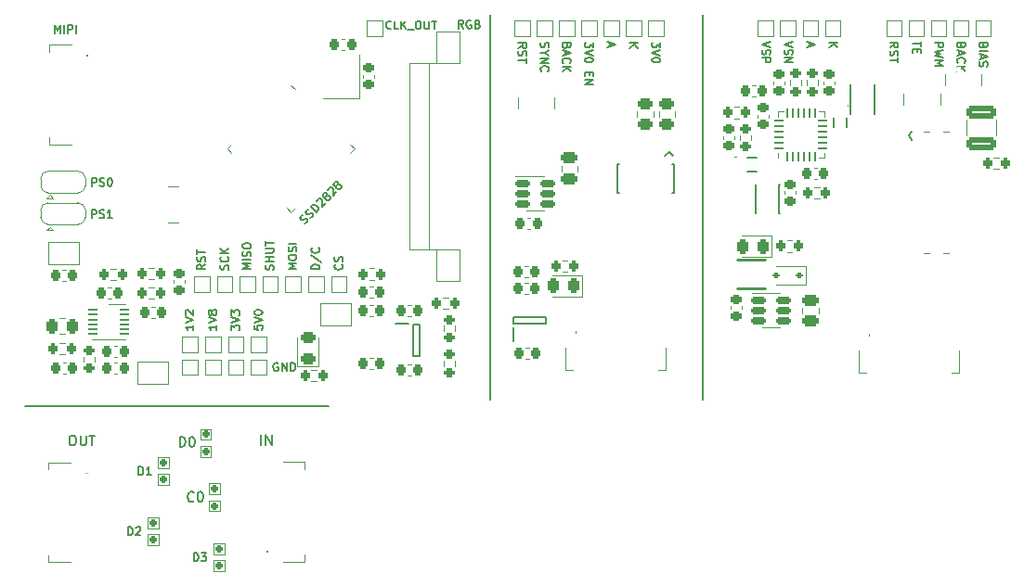
<source format=gto>
G04 #@! TF.GenerationSoftware,KiCad,Pcbnew,7.0.8*
G04 #@! TF.CreationDate,2023-11-02T22:20:24+02:00*
G04 #@! TF.ProjectId,ssd2828_board,73736432-3832-4385-9f62-6f6172642e6b,rev?*
G04 #@! TF.SameCoordinates,Original*
G04 #@! TF.FileFunction,Legend,Top*
G04 #@! TF.FilePolarity,Positive*
%FSLAX46Y46*%
G04 Gerber Fmt 4.6, Leading zero omitted, Abs format (unit mm)*
G04 Created by KiCad (PCBNEW 7.0.8) date 2023-11-02 22:20:24*
%MOMM*%
%LPD*%
G01*
G04 APERTURE LIST*
G04 Aperture macros list*
%AMRoundRect*
0 Rectangle with rounded corners*
0 $1 Rounding radius*
0 $2 $3 $4 $5 $6 $7 $8 $9 X,Y pos of 4 corners*
0 Add a 4 corners polygon primitive as box body*
4,1,4,$2,$3,$4,$5,$6,$7,$8,$9,$2,$3,0*
0 Add four circle primitives for the rounded corners*
1,1,$1+$1,$2,$3*
1,1,$1+$1,$4,$5*
1,1,$1+$1,$6,$7*
1,1,$1+$1,$8,$9*
0 Add four rect primitives between the rounded corners*
20,1,$1+$1,$2,$3,$4,$5,0*
20,1,$1+$1,$4,$5,$6,$7,0*
20,1,$1+$1,$6,$7,$8,$9,0*
20,1,$1+$1,$8,$9,$2,$3,0*%
%AMRotRect*
0 Rectangle, with rotation*
0 The origin of the aperture is its center*
0 $1 length*
0 $2 width*
0 $3 Rotation angle, in degrees counterclockwise*
0 Add horizontal line*
21,1,$1,$2,0,0,$3*%
%AMFreePoly0*
4,1,33,0.000000,0.749013,0.031395,0.749013,0.093691,0.741144,0.154508,0.725528,0.212890,0.702414,0.267913,0.672164,0.318712,0.635257,0.364484,0.592274,0.404508,0.543893,0.438153,0.490877,0.464888,0.434062,0.484292,0.374345,0.496057,0.312667,0.500000,0.250000,0.500000,-0.250000,0.496057,-0.312667,0.484292,-0.374345,0.464888,-0.434062,0.438153,-0.490877,0.404508,-0.543893,
0.364484,-0.592274,0.318712,-0.635257,0.267913,-0.672164,0.212890,-0.702414,0.154508,-0.725528,0.093691,-0.741144,0.031395,-0.749013,0.000000,-0.749013,0.000000,-0.750000,-0.550000,-0.750000,-0.550000,0.750000,0.000000,0.750000,0.000000,0.749013,0.000000,0.749013,$1*%
%AMFreePoly1*
4,1,33,0.550000,-0.750000,0.000000,-0.750000,0.000000,-0.749013,-0.031395,-0.749013,-0.093691,-0.741144,-0.154508,-0.725528,-0.212890,-0.702414,-0.267913,-0.672164,-0.318712,-0.635257,-0.364484,-0.592274,-0.404508,-0.543893,-0.438153,-0.490877,-0.464888,-0.434062,-0.484292,-0.374345,-0.496057,-0.312667,-0.500000,-0.250000,-0.500000,0.250000,-0.496057,0.312667,-0.484292,0.374345,-0.464888,0.434062,
-0.438153,0.490877,-0.404508,0.543893,-0.364484,0.592274,-0.318712,0.635257,-0.267913,0.672164,-0.212890,0.702414,-0.154508,0.725528,-0.093691,0.741144,-0.031395,0.749013,0.000000,0.749013,0.000000,0.750000,0.550000,0.750000,0.550000,-0.750000,0.550000,-0.750000,$1*%
G04 Aperture macros list end*
%ADD10C,0.155000*%
%ADD11C,0.150000*%
%ADD12C,0.200000*%
%ADD13C,0.120000*%
%ADD14C,0.250000*%
%ADD15C,0.100000*%
%ADD16R,1.000000X1.000000*%
%ADD17R,1.000000X1.500000*%
%ADD18RoundRect,0.225000X0.225000X0.250000X-0.225000X0.250000X-0.225000X-0.250000X0.225000X-0.250000X0*%
%ADD19R,0.600000X1.200000*%
%ADD20RoundRect,0.200000X0.275000X-0.200000X0.275000X0.200000X-0.275000X0.200000X-0.275000X-0.200000X0*%
%ADD21RoundRect,0.200000X-0.275000X0.200000X-0.275000X-0.200000X0.275000X-0.200000X0.275000X0.200000X0*%
%ADD22R,1.000000X2.200000*%
%ADD23RoundRect,0.225000X-0.225000X-0.250000X0.225000X-0.250000X0.225000X0.250000X-0.225000X0.250000X0*%
%ADD24RoundRect,0.150000X-0.512500X-0.150000X0.512500X-0.150000X0.512500X0.150000X-0.512500X0.150000X0*%
%ADD25RoundRect,0.175000X-0.175000X-0.175000X0.175000X-0.175000X0.175000X0.175000X-0.175000X0.175000X0*%
%ADD26RoundRect,0.225000X0.250000X-0.225000X0.250000X0.225000X-0.250000X0.225000X-0.250000X-0.225000X0*%
%ADD27R,0.500000X0.800000*%
%ADD28R,0.400000X0.800000*%
%ADD29RoundRect,0.250000X-0.262500X-0.450000X0.262500X-0.450000X0.262500X0.450000X-0.262500X0.450000X0*%
%ADD30RoundRect,0.200000X-0.200000X-0.275000X0.200000X-0.275000X0.200000X0.275000X-0.200000X0.275000X0*%
%ADD31R,0.950000X0.400000*%
%ADD32R,0.800000X0.300000*%
%ADD33R,0.650000X0.300000*%
%ADD34R,1.200000X0.600000*%
%ADD35RotRect,5.200000X5.200000X315.000000*%
%ADD36RoundRect,0.050000X-0.291682X-0.220971X-0.220971X-0.291682X0.291682X0.220971X0.220971X0.291682X0*%
%ADD37RoundRect,0.050000X-0.291682X0.220971X0.220971X-0.291682X0.291682X-0.220971X-0.220971X0.291682X0*%
%ADD38R,1.870000X1.720000*%
%ADD39RoundRect,0.200000X0.200000X0.275000X-0.200000X0.275000X-0.200000X-0.275000X0.200000X-0.275000X0*%
%ADD40RoundRect,0.225000X-0.250000X0.225000X-0.250000X-0.225000X0.250000X-0.225000X0.250000X0.225000X0*%
%ADD41R,1.200000X1.400000*%
%ADD42R,0.400000X0.950000*%
%ADD43R,0.300000X0.800000*%
%ADD44R,0.300000X0.650000*%
%ADD45RoundRect,0.243750X0.456250X-0.243750X0.456250X0.243750X-0.456250X0.243750X-0.456250X-0.243750X0*%
%ADD46R,0.700000X2.000000*%
%ADD47R,0.800000X0.500000*%
%ADD48R,0.800000X0.400000*%
%ADD49R,0.900000X0.800000*%
%ADD50FreePoly0,0.000000*%
%ADD51FreePoly1,0.000000*%
%ADD52R,0.500000X0.470000*%
%ADD53R,0.240000X0.450000*%
%ADD54R,1.700000X2.500000*%
%ADD55RoundRect,0.050000X-0.350000X-0.050000X0.350000X-0.050000X0.350000X0.050000X-0.350000X0.050000X0*%
%ADD56R,0.800000X2.700000*%
%ADD57RoundRect,0.250000X-0.475000X0.250000X-0.475000X-0.250000X0.475000X-0.250000X0.475000X0.250000X0*%
%ADD58RoundRect,0.250000X-0.450000X0.262500X-0.450000X-0.262500X0.450000X-0.262500X0.450000X0.262500X0*%
%ADD59R,0.350000X0.800000*%
%ADD60R,1.000000X0.300000*%
%ADD61R,0.467000X0.180000*%
%ADD62R,0.800000X0.900000*%
%ADD63RoundRect,0.112500X0.187500X0.112500X-0.187500X0.112500X-0.187500X-0.112500X0.187500X-0.112500X0*%
%ADD64R,1.400000X0.300000*%
%ADD65R,1.800000X2.200000*%
%ADD66RoundRect,0.243750X0.243750X0.456250X-0.243750X0.456250X-0.243750X-0.456250X0.243750X-0.456250X0*%
%ADD67RoundRect,0.250000X1.075000X-0.312500X1.075000X0.312500X-1.075000X0.312500X-1.075000X-0.312500X0*%
%ADD68R,2.450000X2.450000*%
%ADD69RoundRect,0.062500X0.325000X-0.062500X0.325000X0.062500X-0.325000X0.062500X-0.325000X-0.062500X0*%
%ADD70RoundRect,0.062500X0.062500X-0.325000X0.062500X0.325000X-0.062500X0.325000X-0.062500X-0.325000X0*%
%ADD71R,0.650000X2.000000*%
G04 APERTURE END LIST*
D10*
X85216828Y-52489875D02*
X85181114Y-52525590D01*
X85181114Y-52525590D02*
X85073971Y-52561304D01*
X85073971Y-52561304D02*
X85002543Y-52561304D01*
X85002543Y-52561304D02*
X84895400Y-52525590D01*
X84895400Y-52525590D02*
X84823971Y-52454161D01*
X84823971Y-52454161D02*
X84788257Y-52382732D01*
X84788257Y-52382732D02*
X84752543Y-52239875D01*
X84752543Y-52239875D02*
X84752543Y-52132732D01*
X84752543Y-52132732D02*
X84788257Y-51989875D01*
X84788257Y-51989875D02*
X84823971Y-51918447D01*
X84823971Y-51918447D02*
X84895400Y-51847018D01*
X84895400Y-51847018D02*
X85002543Y-51811304D01*
X85002543Y-51811304D02*
X85073971Y-51811304D01*
X85073971Y-51811304D02*
X85181114Y-51847018D01*
X85181114Y-51847018D02*
X85216828Y-51882732D01*
X85895400Y-52561304D02*
X85538257Y-52561304D01*
X85538257Y-52561304D02*
X85538257Y-51811304D01*
X86145400Y-52561304D02*
X86145400Y-51811304D01*
X86573971Y-52561304D02*
X86252543Y-52132732D01*
X86573971Y-51811304D02*
X86145400Y-52239875D01*
X86716829Y-52632732D02*
X87288257Y-52632732D01*
X87609686Y-51811304D02*
X87752543Y-51811304D01*
X87752543Y-51811304D02*
X87823972Y-51847018D01*
X87823972Y-51847018D02*
X87895400Y-51918447D01*
X87895400Y-51918447D02*
X87931115Y-52061304D01*
X87931115Y-52061304D02*
X87931115Y-52311304D01*
X87931115Y-52311304D02*
X87895400Y-52454161D01*
X87895400Y-52454161D02*
X87823972Y-52525590D01*
X87823972Y-52525590D02*
X87752543Y-52561304D01*
X87752543Y-52561304D02*
X87609686Y-52561304D01*
X87609686Y-52561304D02*
X87538258Y-52525590D01*
X87538258Y-52525590D02*
X87466829Y-52454161D01*
X87466829Y-52454161D02*
X87431115Y-52311304D01*
X87431115Y-52311304D02*
X87431115Y-52061304D01*
X87431115Y-52061304D02*
X87466829Y-51918447D01*
X87466829Y-51918447D02*
X87538258Y-51847018D01*
X87538258Y-51847018D02*
X87609686Y-51811304D01*
X88252543Y-51811304D02*
X88252543Y-52418447D01*
X88252543Y-52418447D02*
X88288257Y-52489875D01*
X88288257Y-52489875D02*
X88323972Y-52525590D01*
X88323972Y-52525590D02*
X88395400Y-52561304D01*
X88395400Y-52561304D02*
X88538257Y-52561304D01*
X88538257Y-52561304D02*
X88609686Y-52525590D01*
X88609686Y-52525590D02*
X88645400Y-52489875D01*
X88645400Y-52489875D02*
X88681114Y-52418447D01*
X88681114Y-52418447D02*
X88681114Y-51811304D01*
X88931114Y-51811304D02*
X89359686Y-51811304D01*
X89145400Y-52561304D02*
X89145400Y-51811304D01*
D11*
X51841400Y-86969600D02*
X79527400Y-86969600D01*
X113665000Y-86372200D02*
X113665000Y-51269400D01*
X94234000Y-51269400D02*
X94234000Y-86372200D01*
D10*
X70632704Y-80041684D02*
X70632704Y-79577398D01*
X70632704Y-79577398D02*
X70918418Y-79827398D01*
X70918418Y-79827398D02*
X70918418Y-79720255D01*
X70918418Y-79720255D02*
X70954132Y-79648827D01*
X70954132Y-79648827D02*
X70989847Y-79613112D01*
X70989847Y-79613112D02*
X71061275Y-79577398D01*
X71061275Y-79577398D02*
X71239847Y-79577398D01*
X71239847Y-79577398D02*
X71311275Y-79613112D01*
X71311275Y-79613112D02*
X71346990Y-79648827D01*
X71346990Y-79648827D02*
X71382704Y-79720255D01*
X71382704Y-79720255D02*
X71382704Y-79934541D01*
X71382704Y-79934541D02*
X71346990Y-80005969D01*
X71346990Y-80005969D02*
X71311275Y-80041684D01*
X70632704Y-79363112D02*
X71382704Y-79113112D01*
X71382704Y-79113112D02*
X70632704Y-78863112D01*
X70632704Y-78684541D02*
X70632704Y-78220255D01*
X70632704Y-78220255D02*
X70918418Y-78470255D01*
X70918418Y-78470255D02*
X70918418Y-78363112D01*
X70918418Y-78363112D02*
X70954132Y-78291684D01*
X70954132Y-78291684D02*
X70989847Y-78255969D01*
X70989847Y-78255969D02*
X71061275Y-78220255D01*
X71061275Y-78220255D02*
X71239847Y-78220255D01*
X71239847Y-78220255D02*
X71311275Y-78255969D01*
X71311275Y-78255969D02*
X71346990Y-78291684D01*
X71346990Y-78291684D02*
X71382704Y-78363112D01*
X71382704Y-78363112D02*
X71382704Y-78577398D01*
X71382704Y-78577398D02*
X71346990Y-78648826D01*
X71346990Y-78648826D02*
X71311275Y-78684541D01*
X54516857Y-52929104D02*
X54516857Y-52179104D01*
X54516857Y-52179104D02*
X54766857Y-52714818D01*
X54766857Y-52714818D02*
X55016857Y-52179104D01*
X55016857Y-52179104D02*
X55016857Y-52929104D01*
X55374000Y-52929104D02*
X55374000Y-52179104D01*
X55731143Y-52929104D02*
X55731143Y-52179104D01*
X55731143Y-52179104D02*
X56016857Y-52179104D01*
X56016857Y-52179104D02*
X56088286Y-52214818D01*
X56088286Y-52214818D02*
X56124000Y-52250532D01*
X56124000Y-52250532D02*
X56159714Y-52321961D01*
X56159714Y-52321961D02*
X56159714Y-52429104D01*
X56159714Y-52429104D02*
X56124000Y-52500532D01*
X56124000Y-52500532D02*
X56088286Y-52536247D01*
X56088286Y-52536247D02*
X56016857Y-52571961D01*
X56016857Y-52571961D02*
X55731143Y-52571961D01*
X56481143Y-52929104D02*
X56481143Y-52179104D01*
X103636695Y-53764515D02*
X103636695Y-54228801D01*
X103636695Y-54228801D02*
X103350981Y-53978801D01*
X103350981Y-53978801D02*
X103350981Y-54085944D01*
X103350981Y-54085944D02*
X103315267Y-54157373D01*
X103315267Y-54157373D02*
X103279552Y-54193087D01*
X103279552Y-54193087D02*
X103208124Y-54228801D01*
X103208124Y-54228801D02*
X103029552Y-54228801D01*
X103029552Y-54228801D02*
X102958124Y-54193087D01*
X102958124Y-54193087D02*
X102922410Y-54157373D01*
X102922410Y-54157373D02*
X102886695Y-54085944D01*
X102886695Y-54085944D02*
X102886695Y-53871658D01*
X102886695Y-53871658D02*
X102922410Y-53800230D01*
X102922410Y-53800230D02*
X102958124Y-53764515D01*
X103636695Y-54443087D02*
X102886695Y-54693087D01*
X102886695Y-54693087D02*
X103636695Y-54943087D01*
X103636695Y-55335944D02*
X103636695Y-55407373D01*
X103636695Y-55407373D02*
X103600981Y-55478801D01*
X103600981Y-55478801D02*
X103565267Y-55514516D01*
X103565267Y-55514516D02*
X103493838Y-55550230D01*
X103493838Y-55550230D02*
X103350981Y-55585944D01*
X103350981Y-55585944D02*
X103172410Y-55585944D01*
X103172410Y-55585944D02*
X103029552Y-55550230D01*
X103029552Y-55550230D02*
X102958124Y-55514516D01*
X102958124Y-55514516D02*
X102922410Y-55478801D01*
X102922410Y-55478801D02*
X102886695Y-55407373D01*
X102886695Y-55407373D02*
X102886695Y-55335944D01*
X102886695Y-55335944D02*
X102922410Y-55264516D01*
X102922410Y-55264516D02*
X102958124Y-55228801D01*
X102958124Y-55228801D02*
X103029552Y-55193087D01*
X103029552Y-55193087D02*
X103172410Y-55157373D01*
X103172410Y-55157373D02*
X103350981Y-55157373D01*
X103350981Y-55157373D02*
X103493838Y-55193087D01*
X103493838Y-55193087D02*
X103565267Y-55228801D01*
X103565267Y-55228801D02*
X103600981Y-55264516D01*
X103600981Y-55264516D02*
X103636695Y-55335944D01*
X103279552Y-56478802D02*
X103279552Y-56728802D01*
X102886695Y-56835945D02*
X102886695Y-56478802D01*
X102886695Y-56478802D02*
X103636695Y-56478802D01*
X103636695Y-56478802D02*
X103636695Y-56835945D01*
X102886695Y-57157373D02*
X103636695Y-57157373D01*
X103636695Y-57157373D02*
X102886695Y-57585944D01*
X102886695Y-57585944D02*
X103636695Y-57585944D01*
X57913144Y-66899104D02*
X57913144Y-66149104D01*
X57913144Y-66149104D02*
X58198858Y-66149104D01*
X58198858Y-66149104D02*
X58270287Y-66184818D01*
X58270287Y-66184818D02*
X58306001Y-66220532D01*
X58306001Y-66220532D02*
X58341715Y-66291961D01*
X58341715Y-66291961D02*
X58341715Y-66399104D01*
X58341715Y-66399104D02*
X58306001Y-66470532D01*
X58306001Y-66470532D02*
X58270287Y-66506247D01*
X58270287Y-66506247D02*
X58198858Y-66541961D01*
X58198858Y-66541961D02*
X57913144Y-66541961D01*
X58627430Y-66863390D02*
X58734573Y-66899104D01*
X58734573Y-66899104D02*
X58913144Y-66899104D01*
X58913144Y-66899104D02*
X58984573Y-66863390D01*
X58984573Y-66863390D02*
X59020287Y-66827675D01*
X59020287Y-66827675D02*
X59056001Y-66756247D01*
X59056001Y-66756247D02*
X59056001Y-66684818D01*
X59056001Y-66684818D02*
X59020287Y-66613390D01*
X59020287Y-66613390D02*
X58984573Y-66577675D01*
X58984573Y-66577675D02*
X58913144Y-66541961D01*
X58913144Y-66541961D02*
X58770287Y-66506247D01*
X58770287Y-66506247D02*
X58698858Y-66470532D01*
X58698858Y-66470532D02*
X58663144Y-66434818D01*
X58663144Y-66434818D02*
X58627430Y-66363390D01*
X58627430Y-66363390D02*
X58627430Y-66291961D01*
X58627430Y-66291961D02*
X58663144Y-66220532D01*
X58663144Y-66220532D02*
X58698858Y-66184818D01*
X58698858Y-66184818D02*
X58770287Y-66149104D01*
X58770287Y-66149104D02*
X58948858Y-66149104D01*
X58948858Y-66149104D02*
X59056001Y-66184818D01*
X59520287Y-66149104D02*
X59591716Y-66149104D01*
X59591716Y-66149104D02*
X59663144Y-66184818D01*
X59663144Y-66184818D02*
X59698859Y-66220532D01*
X59698859Y-66220532D02*
X59734573Y-66291961D01*
X59734573Y-66291961D02*
X59770287Y-66434818D01*
X59770287Y-66434818D02*
X59770287Y-66613390D01*
X59770287Y-66613390D02*
X59734573Y-66756247D01*
X59734573Y-66756247D02*
X59698859Y-66827675D01*
X59698859Y-66827675D02*
X59663144Y-66863390D01*
X59663144Y-66863390D02*
X59591716Y-66899104D01*
X59591716Y-66899104D02*
X59520287Y-66899104D01*
X59520287Y-66899104D02*
X59448859Y-66863390D01*
X59448859Y-66863390D02*
X59413144Y-66827675D01*
X59413144Y-66827675D02*
X59377430Y-66756247D01*
X59377430Y-66756247D02*
X59341716Y-66613390D01*
X59341716Y-66613390D02*
X59341716Y-66434818D01*
X59341716Y-66434818D02*
X59377430Y-66291961D01*
X59377430Y-66291961D02*
X59413144Y-66220532D01*
X59413144Y-66220532D02*
X59448859Y-66184818D01*
X59448859Y-66184818D02*
X59520287Y-66149104D01*
D12*
X56097600Y-89650557D02*
X56269028Y-89650557D01*
X56269028Y-89650557D02*
X56354743Y-89693414D01*
X56354743Y-89693414D02*
X56440457Y-89779128D01*
X56440457Y-89779128D02*
X56483314Y-89950557D01*
X56483314Y-89950557D02*
X56483314Y-90250557D01*
X56483314Y-90250557D02*
X56440457Y-90421985D01*
X56440457Y-90421985D02*
X56354743Y-90507700D01*
X56354743Y-90507700D02*
X56269028Y-90550557D01*
X56269028Y-90550557D02*
X56097600Y-90550557D01*
X56097600Y-90550557D02*
X56011886Y-90507700D01*
X56011886Y-90507700D02*
X55926171Y-90421985D01*
X55926171Y-90421985D02*
X55883314Y-90250557D01*
X55883314Y-90250557D02*
X55883314Y-89950557D01*
X55883314Y-89950557D02*
X55926171Y-89779128D01*
X55926171Y-89779128D02*
X56011886Y-89693414D01*
X56011886Y-89693414D02*
X56097600Y-89650557D01*
X56869028Y-89650557D02*
X56869028Y-90379128D01*
X56869028Y-90379128D02*
X56911885Y-90464842D01*
X56911885Y-90464842D02*
X56954743Y-90507700D01*
X56954743Y-90507700D02*
X57040457Y-90550557D01*
X57040457Y-90550557D02*
X57211885Y-90550557D01*
X57211885Y-90550557D02*
X57297600Y-90507700D01*
X57297600Y-90507700D02*
X57340457Y-90464842D01*
X57340457Y-90464842D02*
X57383314Y-90379128D01*
X57383314Y-90379128D02*
X57383314Y-89650557D01*
X57683314Y-89650557D02*
X58197600Y-89650557D01*
X57940457Y-90550557D02*
X57940457Y-89650557D01*
D10*
X57913144Y-69794704D02*
X57913144Y-69044704D01*
X57913144Y-69044704D02*
X58198858Y-69044704D01*
X58198858Y-69044704D02*
X58270287Y-69080418D01*
X58270287Y-69080418D02*
X58306001Y-69116132D01*
X58306001Y-69116132D02*
X58341715Y-69187561D01*
X58341715Y-69187561D02*
X58341715Y-69294704D01*
X58341715Y-69294704D02*
X58306001Y-69366132D01*
X58306001Y-69366132D02*
X58270287Y-69401847D01*
X58270287Y-69401847D02*
X58198858Y-69437561D01*
X58198858Y-69437561D02*
X57913144Y-69437561D01*
X58627430Y-69758990D02*
X58734573Y-69794704D01*
X58734573Y-69794704D02*
X58913144Y-69794704D01*
X58913144Y-69794704D02*
X58984573Y-69758990D01*
X58984573Y-69758990D02*
X59020287Y-69723275D01*
X59020287Y-69723275D02*
X59056001Y-69651847D01*
X59056001Y-69651847D02*
X59056001Y-69580418D01*
X59056001Y-69580418D02*
X59020287Y-69508990D01*
X59020287Y-69508990D02*
X58984573Y-69473275D01*
X58984573Y-69473275D02*
X58913144Y-69437561D01*
X58913144Y-69437561D02*
X58770287Y-69401847D01*
X58770287Y-69401847D02*
X58698858Y-69366132D01*
X58698858Y-69366132D02*
X58663144Y-69330418D01*
X58663144Y-69330418D02*
X58627430Y-69258990D01*
X58627430Y-69258990D02*
X58627430Y-69187561D01*
X58627430Y-69187561D02*
X58663144Y-69116132D01*
X58663144Y-69116132D02*
X58698858Y-69080418D01*
X58698858Y-69080418D02*
X58770287Y-69044704D01*
X58770287Y-69044704D02*
X58948858Y-69044704D01*
X58948858Y-69044704D02*
X59056001Y-69080418D01*
X59770287Y-69794704D02*
X59341716Y-69794704D01*
X59556001Y-69794704D02*
X59556001Y-69044704D01*
X59556001Y-69044704D02*
X59484573Y-69151847D01*
X59484573Y-69151847D02*
X59413144Y-69223275D01*
X59413144Y-69223275D02*
X59341716Y-69258990D01*
X78672504Y-74483855D02*
X77922504Y-74483855D01*
X77922504Y-74483855D02*
X77922504Y-74305284D01*
X77922504Y-74305284D02*
X77958218Y-74198141D01*
X77958218Y-74198141D02*
X78029647Y-74126712D01*
X78029647Y-74126712D02*
X78101075Y-74090998D01*
X78101075Y-74090998D02*
X78243932Y-74055284D01*
X78243932Y-74055284D02*
X78351075Y-74055284D01*
X78351075Y-74055284D02*
X78493932Y-74090998D01*
X78493932Y-74090998D02*
X78565361Y-74126712D01*
X78565361Y-74126712D02*
X78636790Y-74198141D01*
X78636790Y-74198141D02*
X78672504Y-74305284D01*
X78672504Y-74305284D02*
X78672504Y-74483855D01*
X77886790Y-73198141D02*
X78851075Y-73840998D01*
X78601075Y-72519570D02*
X78636790Y-72555284D01*
X78636790Y-72555284D02*
X78672504Y-72662427D01*
X78672504Y-72662427D02*
X78672504Y-72733855D01*
X78672504Y-72733855D02*
X78636790Y-72840998D01*
X78636790Y-72840998D02*
X78565361Y-72912427D01*
X78565361Y-72912427D02*
X78493932Y-72948141D01*
X78493932Y-72948141D02*
X78351075Y-72983855D01*
X78351075Y-72983855D02*
X78243932Y-72983855D01*
X78243932Y-72983855D02*
X78101075Y-72948141D01*
X78101075Y-72948141D02*
X78029647Y-72912427D01*
X78029647Y-72912427D02*
X77958218Y-72840998D01*
X77958218Y-72840998D02*
X77922504Y-72733855D01*
X77922504Y-72733855D02*
X77922504Y-72662427D01*
X77922504Y-72662427D02*
X77958218Y-72555284D01*
X77958218Y-72555284D02*
X77993932Y-72519570D01*
D12*
X65934514Y-90702957D02*
X65934514Y-89802957D01*
X65934514Y-89802957D02*
X66148800Y-89802957D01*
X66148800Y-89802957D02*
X66277371Y-89845814D01*
X66277371Y-89845814D02*
X66363086Y-89931528D01*
X66363086Y-89931528D02*
X66405943Y-90017242D01*
X66405943Y-90017242D02*
X66448800Y-90188671D01*
X66448800Y-90188671D02*
X66448800Y-90317242D01*
X66448800Y-90317242D02*
X66405943Y-90488671D01*
X66405943Y-90488671D02*
X66363086Y-90574385D01*
X66363086Y-90574385D02*
X66277371Y-90660100D01*
X66277371Y-90660100D02*
X66148800Y-90702957D01*
X66148800Y-90702957D02*
X65934514Y-90702957D01*
X67005943Y-89802957D02*
X67091657Y-89802957D01*
X67091657Y-89802957D02*
X67177371Y-89845814D01*
X67177371Y-89845814D02*
X67220229Y-89888671D01*
X67220229Y-89888671D02*
X67263086Y-89974385D01*
X67263086Y-89974385D02*
X67305943Y-90145814D01*
X67305943Y-90145814D02*
X67305943Y-90360100D01*
X67305943Y-90360100D02*
X67263086Y-90531528D01*
X67263086Y-90531528D02*
X67220229Y-90617242D01*
X67220229Y-90617242D02*
X67177371Y-90660100D01*
X67177371Y-90660100D02*
X67091657Y-90702957D01*
X67091657Y-90702957D02*
X67005943Y-90702957D01*
X67005943Y-90702957D02*
X66920229Y-90660100D01*
X66920229Y-90660100D02*
X66877371Y-90617242D01*
X66877371Y-90617242D02*
X66834514Y-90531528D01*
X66834514Y-90531528D02*
X66791657Y-90360100D01*
X66791657Y-90360100D02*
X66791657Y-90145814D01*
X66791657Y-90145814D02*
X66834514Y-89974385D01*
X66834514Y-89974385D02*
X66877371Y-89888671D01*
X66877371Y-89888671D02*
X66920229Y-89845814D01*
X66920229Y-89845814D02*
X67005943Y-89802957D01*
D10*
X61219228Y-98763904D02*
X61219228Y-98013904D01*
X61219228Y-98013904D02*
X61397799Y-98013904D01*
X61397799Y-98013904D02*
X61504942Y-98049618D01*
X61504942Y-98049618D02*
X61576371Y-98121047D01*
X61576371Y-98121047D02*
X61612085Y-98192475D01*
X61612085Y-98192475D02*
X61647799Y-98335332D01*
X61647799Y-98335332D02*
X61647799Y-98442475D01*
X61647799Y-98442475D02*
X61612085Y-98585332D01*
X61612085Y-98585332D02*
X61576371Y-98656761D01*
X61576371Y-98656761D02*
X61504942Y-98728190D01*
X61504942Y-98728190D02*
X61397799Y-98763904D01*
X61397799Y-98763904D02*
X61219228Y-98763904D01*
X61933514Y-98085332D02*
X61969228Y-98049618D01*
X61969228Y-98049618D02*
X62040657Y-98013904D01*
X62040657Y-98013904D02*
X62219228Y-98013904D01*
X62219228Y-98013904D02*
X62290657Y-98049618D01*
X62290657Y-98049618D02*
X62326371Y-98085332D01*
X62326371Y-98085332D02*
X62362085Y-98156761D01*
X62362085Y-98156761D02*
X62362085Y-98228190D01*
X62362085Y-98228190D02*
X62326371Y-98335332D01*
X62326371Y-98335332D02*
X61897799Y-98763904D01*
X61897799Y-98763904D02*
X62362085Y-98763904D01*
X133532495Y-53703401D02*
X133532495Y-54131973D01*
X132782495Y-53917687D02*
X133532495Y-53917687D01*
X133175352Y-54381973D02*
X133175352Y-54631973D01*
X132782495Y-54739116D02*
X132782495Y-54381973D01*
X132782495Y-54381973D02*
X133532495Y-54381973D01*
X133532495Y-54381973D02*
X133532495Y-54739116D01*
X105158381Y-53800230D02*
X105158381Y-54157373D01*
X104944095Y-53728801D02*
X105694095Y-53978801D01*
X105694095Y-53978801D02*
X104944095Y-54228801D01*
D12*
X67210800Y-95621042D02*
X67167943Y-95663900D01*
X67167943Y-95663900D02*
X67039371Y-95706757D01*
X67039371Y-95706757D02*
X66953657Y-95706757D01*
X66953657Y-95706757D02*
X66825086Y-95663900D01*
X66825086Y-95663900D02*
X66739371Y-95578185D01*
X66739371Y-95578185D02*
X66696514Y-95492471D01*
X66696514Y-95492471D02*
X66653657Y-95321042D01*
X66653657Y-95321042D02*
X66653657Y-95192471D01*
X66653657Y-95192471D02*
X66696514Y-95021042D01*
X66696514Y-95021042D02*
X66739371Y-94935328D01*
X66739371Y-94935328D02*
X66825086Y-94849614D01*
X66825086Y-94849614D02*
X66953657Y-94806757D01*
X66953657Y-94806757D02*
X67039371Y-94806757D01*
X67039371Y-94806757D02*
X67167943Y-94849614D01*
X67167943Y-94849614D02*
X67210800Y-94892471D01*
X67767943Y-94806757D02*
X67853657Y-94806757D01*
X67853657Y-94806757D02*
X67939371Y-94849614D01*
X67939371Y-94849614D02*
X67982229Y-94892471D01*
X67982229Y-94892471D02*
X68025086Y-94978185D01*
X68025086Y-94978185D02*
X68067943Y-95149614D01*
X68067943Y-95149614D02*
X68067943Y-95363900D01*
X68067943Y-95363900D02*
X68025086Y-95535328D01*
X68025086Y-95535328D02*
X67982229Y-95621042D01*
X67982229Y-95621042D02*
X67939371Y-95663900D01*
X67939371Y-95663900D02*
X67853657Y-95706757D01*
X67853657Y-95706757D02*
X67767943Y-95706757D01*
X67767943Y-95706757D02*
X67682229Y-95663900D01*
X67682229Y-95663900D02*
X67639371Y-95621042D01*
X67639371Y-95621042D02*
X67596514Y-95535328D01*
X67596514Y-95535328D02*
X67553657Y-95363900D01*
X67553657Y-95363900D02*
X67553657Y-95149614D01*
X67553657Y-95149614D02*
X67596514Y-94978185D01*
X67596514Y-94978185D02*
X67639371Y-94892471D01*
X67639371Y-94892471D02*
X67682229Y-94849614D01*
X67682229Y-94849614D02*
X67767943Y-94806757D01*
D10*
X69299904Y-79577398D02*
X69299904Y-80005969D01*
X69299904Y-79791684D02*
X68549904Y-79791684D01*
X68549904Y-79791684D02*
X68657047Y-79863112D01*
X68657047Y-79863112D02*
X68728475Y-79934541D01*
X68728475Y-79934541D02*
X68764190Y-80005969D01*
X68549904Y-79363112D02*
X69299904Y-79113112D01*
X69299904Y-79113112D02*
X68549904Y-78863112D01*
X68871332Y-78505969D02*
X68835618Y-78577398D01*
X68835618Y-78577398D02*
X68799904Y-78613112D01*
X68799904Y-78613112D02*
X68728475Y-78648826D01*
X68728475Y-78648826D02*
X68692761Y-78648826D01*
X68692761Y-78648826D02*
X68621332Y-78613112D01*
X68621332Y-78613112D02*
X68585618Y-78577398D01*
X68585618Y-78577398D02*
X68549904Y-78505969D01*
X68549904Y-78505969D02*
X68549904Y-78363112D01*
X68549904Y-78363112D02*
X68585618Y-78291684D01*
X68585618Y-78291684D02*
X68621332Y-78255969D01*
X68621332Y-78255969D02*
X68692761Y-78220255D01*
X68692761Y-78220255D02*
X68728475Y-78220255D01*
X68728475Y-78220255D02*
X68799904Y-78255969D01*
X68799904Y-78255969D02*
X68835618Y-78291684D01*
X68835618Y-78291684D02*
X68871332Y-78363112D01*
X68871332Y-78363112D02*
X68871332Y-78505969D01*
X68871332Y-78505969D02*
X68907047Y-78577398D01*
X68907047Y-78577398D02*
X68942761Y-78613112D01*
X68942761Y-78613112D02*
X69014190Y-78648826D01*
X69014190Y-78648826D02*
X69157047Y-78648826D01*
X69157047Y-78648826D02*
X69228475Y-78613112D01*
X69228475Y-78613112D02*
X69264190Y-78577398D01*
X69264190Y-78577398D02*
X69299904Y-78505969D01*
X69299904Y-78505969D02*
X69299904Y-78363112D01*
X69299904Y-78363112D02*
X69264190Y-78291684D01*
X69264190Y-78291684D02*
X69228475Y-78255969D01*
X69228475Y-78255969D02*
X69157047Y-78220255D01*
X69157047Y-78220255D02*
X69014190Y-78220255D01*
X69014190Y-78220255D02*
X68942761Y-78255969D01*
X68942761Y-78255969D02*
X68907047Y-78291684D01*
X68907047Y-78291684D02*
X68871332Y-78363112D01*
X76589704Y-74483855D02*
X75839704Y-74483855D01*
X75839704Y-74483855D02*
X76375418Y-74233855D01*
X76375418Y-74233855D02*
X75839704Y-73983855D01*
X75839704Y-73983855D02*
X76589704Y-73983855D01*
X75839704Y-73483855D02*
X75839704Y-73340998D01*
X75839704Y-73340998D02*
X75875418Y-73269569D01*
X75875418Y-73269569D02*
X75946847Y-73198141D01*
X75946847Y-73198141D02*
X76089704Y-73162426D01*
X76089704Y-73162426D02*
X76339704Y-73162426D01*
X76339704Y-73162426D02*
X76482561Y-73198141D01*
X76482561Y-73198141D02*
X76553990Y-73269569D01*
X76553990Y-73269569D02*
X76589704Y-73340998D01*
X76589704Y-73340998D02*
X76589704Y-73483855D01*
X76589704Y-73483855D02*
X76553990Y-73555284D01*
X76553990Y-73555284D02*
X76482561Y-73626712D01*
X76482561Y-73626712D02*
X76339704Y-73662426D01*
X76339704Y-73662426D02*
X76089704Y-73662426D01*
X76089704Y-73662426D02*
X75946847Y-73626712D01*
X75946847Y-73626712D02*
X75875418Y-73555284D01*
X75875418Y-73555284D02*
X75839704Y-73483855D01*
X76553990Y-72876712D02*
X76589704Y-72769570D01*
X76589704Y-72769570D02*
X76589704Y-72590998D01*
X76589704Y-72590998D02*
X76553990Y-72519570D01*
X76553990Y-72519570D02*
X76518275Y-72483855D01*
X76518275Y-72483855D02*
X76446847Y-72448141D01*
X76446847Y-72448141D02*
X76375418Y-72448141D01*
X76375418Y-72448141D02*
X76303990Y-72483855D01*
X76303990Y-72483855D02*
X76268275Y-72519570D01*
X76268275Y-72519570D02*
X76232561Y-72590998D01*
X76232561Y-72590998D02*
X76196847Y-72733855D01*
X76196847Y-72733855D02*
X76161132Y-72805284D01*
X76161132Y-72805284D02*
X76125418Y-72840998D01*
X76125418Y-72840998D02*
X76053990Y-72876712D01*
X76053990Y-72876712D02*
X75982561Y-72876712D01*
X75982561Y-72876712D02*
X75911132Y-72840998D01*
X75911132Y-72840998D02*
X75875418Y-72805284D01*
X75875418Y-72805284D02*
X75839704Y-72733855D01*
X75839704Y-72733855D02*
X75839704Y-72555284D01*
X75839704Y-72555284D02*
X75875418Y-72448141D01*
X76589704Y-72126712D02*
X75839704Y-72126712D01*
X123344781Y-53788030D02*
X123344781Y-54145173D01*
X123130495Y-53716601D02*
X123880495Y-53966601D01*
X123880495Y-53966601D02*
X123130495Y-54216601D01*
X72424104Y-74483855D02*
X71674104Y-74483855D01*
X71674104Y-74483855D02*
X72209818Y-74233855D01*
X72209818Y-74233855D02*
X71674104Y-73983855D01*
X71674104Y-73983855D02*
X72424104Y-73983855D01*
X72424104Y-73626712D02*
X71674104Y-73626712D01*
X72388390Y-73305283D02*
X72424104Y-73198141D01*
X72424104Y-73198141D02*
X72424104Y-73019569D01*
X72424104Y-73019569D02*
X72388390Y-72948141D01*
X72388390Y-72948141D02*
X72352675Y-72912426D01*
X72352675Y-72912426D02*
X72281247Y-72876712D01*
X72281247Y-72876712D02*
X72209818Y-72876712D01*
X72209818Y-72876712D02*
X72138390Y-72912426D01*
X72138390Y-72912426D02*
X72102675Y-72948141D01*
X72102675Y-72948141D02*
X72066961Y-73019569D01*
X72066961Y-73019569D02*
X72031247Y-73162426D01*
X72031247Y-73162426D02*
X71995532Y-73233855D01*
X71995532Y-73233855D02*
X71959818Y-73269569D01*
X71959818Y-73269569D02*
X71888390Y-73305283D01*
X71888390Y-73305283D02*
X71816961Y-73305283D01*
X71816961Y-73305283D02*
X71745532Y-73269569D01*
X71745532Y-73269569D02*
X71709818Y-73233855D01*
X71709818Y-73233855D02*
X71674104Y-73162426D01*
X71674104Y-73162426D02*
X71674104Y-72983855D01*
X71674104Y-72983855D02*
X71709818Y-72876712D01*
X71674104Y-72412426D02*
X71674104Y-72269569D01*
X71674104Y-72269569D02*
X71709818Y-72198140D01*
X71709818Y-72198140D02*
X71781247Y-72126712D01*
X71781247Y-72126712D02*
X71924104Y-72090997D01*
X71924104Y-72090997D02*
X72174104Y-72090997D01*
X72174104Y-72090997D02*
X72316961Y-72126712D01*
X72316961Y-72126712D02*
X72388390Y-72198140D01*
X72388390Y-72198140D02*
X72424104Y-72269569D01*
X72424104Y-72269569D02*
X72424104Y-72412426D01*
X72424104Y-72412426D02*
X72388390Y-72483855D01*
X72388390Y-72483855D02*
X72316961Y-72555283D01*
X72316961Y-72555283D02*
X72174104Y-72590997D01*
X72174104Y-72590997D02*
X71924104Y-72590997D01*
X71924104Y-72590997D02*
X71781247Y-72555283D01*
X71781247Y-72555283D02*
X71709818Y-72483855D01*
X71709818Y-72483855D02*
X71674104Y-72412426D01*
X101247552Y-54085944D02*
X101211838Y-54193087D01*
X101211838Y-54193087D02*
X101176124Y-54228801D01*
X101176124Y-54228801D02*
X101104695Y-54264515D01*
X101104695Y-54264515D02*
X100997552Y-54264515D01*
X100997552Y-54264515D02*
X100926124Y-54228801D01*
X100926124Y-54228801D02*
X100890410Y-54193087D01*
X100890410Y-54193087D02*
X100854695Y-54121658D01*
X100854695Y-54121658D02*
X100854695Y-53835944D01*
X100854695Y-53835944D02*
X101604695Y-53835944D01*
X101604695Y-53835944D02*
X101604695Y-54085944D01*
X101604695Y-54085944D02*
X101568981Y-54157373D01*
X101568981Y-54157373D02*
X101533267Y-54193087D01*
X101533267Y-54193087D02*
X101461838Y-54228801D01*
X101461838Y-54228801D02*
X101390410Y-54228801D01*
X101390410Y-54228801D02*
X101318981Y-54193087D01*
X101318981Y-54193087D02*
X101283267Y-54157373D01*
X101283267Y-54157373D02*
X101247552Y-54085944D01*
X101247552Y-54085944D02*
X101247552Y-53835944D01*
X101068981Y-54550230D02*
X101068981Y-54907373D01*
X100854695Y-54478801D02*
X101604695Y-54728801D01*
X101604695Y-54728801D02*
X100854695Y-54978801D01*
X100926124Y-55657372D02*
X100890410Y-55621658D01*
X100890410Y-55621658D02*
X100854695Y-55514515D01*
X100854695Y-55514515D02*
X100854695Y-55443087D01*
X100854695Y-55443087D02*
X100890410Y-55335944D01*
X100890410Y-55335944D02*
X100961838Y-55264515D01*
X100961838Y-55264515D02*
X101033267Y-55228801D01*
X101033267Y-55228801D02*
X101176124Y-55193087D01*
X101176124Y-55193087D02*
X101283267Y-55193087D01*
X101283267Y-55193087D02*
X101426124Y-55228801D01*
X101426124Y-55228801D02*
X101497552Y-55264515D01*
X101497552Y-55264515D02*
X101568981Y-55335944D01*
X101568981Y-55335944D02*
X101604695Y-55443087D01*
X101604695Y-55443087D02*
X101604695Y-55514515D01*
X101604695Y-55514515D02*
X101568981Y-55621658D01*
X101568981Y-55621658D02*
X101533267Y-55657372D01*
X100854695Y-55978801D02*
X101604695Y-55978801D01*
X100854695Y-56407372D02*
X101283267Y-56085944D01*
X101604695Y-56407372D02*
X101176124Y-55978801D01*
X91785742Y-52485104D02*
X91535742Y-52127961D01*
X91357171Y-52485104D02*
X91357171Y-51735104D01*
X91357171Y-51735104D02*
X91642885Y-51735104D01*
X91642885Y-51735104D02*
X91714314Y-51770818D01*
X91714314Y-51770818D02*
X91750028Y-51806532D01*
X91750028Y-51806532D02*
X91785742Y-51877961D01*
X91785742Y-51877961D02*
X91785742Y-51985104D01*
X91785742Y-51985104D02*
X91750028Y-52056532D01*
X91750028Y-52056532D02*
X91714314Y-52092247D01*
X91714314Y-52092247D02*
X91642885Y-52127961D01*
X91642885Y-52127961D02*
X91357171Y-52127961D01*
X92500028Y-51770818D02*
X92428600Y-51735104D01*
X92428600Y-51735104D02*
X92321457Y-51735104D01*
X92321457Y-51735104D02*
X92214314Y-51770818D01*
X92214314Y-51770818D02*
X92142885Y-51842247D01*
X92142885Y-51842247D02*
X92107171Y-51913675D01*
X92107171Y-51913675D02*
X92071457Y-52056532D01*
X92071457Y-52056532D02*
X92071457Y-52163675D01*
X92071457Y-52163675D02*
X92107171Y-52306532D01*
X92107171Y-52306532D02*
X92142885Y-52377961D01*
X92142885Y-52377961D02*
X92214314Y-52449390D01*
X92214314Y-52449390D02*
X92321457Y-52485104D01*
X92321457Y-52485104D02*
X92392885Y-52485104D01*
X92392885Y-52485104D02*
X92500028Y-52449390D01*
X92500028Y-52449390D02*
X92535742Y-52413675D01*
X92535742Y-52413675D02*
X92535742Y-52163675D01*
X92535742Y-52163675D02*
X92392885Y-52163675D01*
X93107171Y-52092247D02*
X93214314Y-52127961D01*
X93214314Y-52127961D02*
X93250028Y-52163675D01*
X93250028Y-52163675D02*
X93285742Y-52235104D01*
X93285742Y-52235104D02*
X93285742Y-52342247D01*
X93285742Y-52342247D02*
X93250028Y-52413675D01*
X93250028Y-52413675D02*
X93214314Y-52449390D01*
X93214314Y-52449390D02*
X93142885Y-52485104D01*
X93142885Y-52485104D02*
X92857171Y-52485104D01*
X92857171Y-52485104D02*
X92857171Y-51735104D01*
X92857171Y-51735104D02*
X93107171Y-51735104D01*
X93107171Y-51735104D02*
X93178600Y-51770818D01*
X93178600Y-51770818D02*
X93214314Y-51806532D01*
X93214314Y-51806532D02*
X93250028Y-51877961D01*
X93250028Y-51877961D02*
X93250028Y-51949390D01*
X93250028Y-51949390D02*
X93214314Y-52020818D01*
X93214314Y-52020818D02*
X93178600Y-52056532D01*
X93178600Y-52056532D02*
X93107171Y-52092247D01*
X93107171Y-52092247D02*
X92857171Y-52092247D01*
X67213628Y-101151504D02*
X67213628Y-100401504D01*
X67213628Y-100401504D02*
X67392199Y-100401504D01*
X67392199Y-100401504D02*
X67499342Y-100437218D01*
X67499342Y-100437218D02*
X67570771Y-100508647D01*
X67570771Y-100508647D02*
X67606485Y-100580075D01*
X67606485Y-100580075D02*
X67642199Y-100722932D01*
X67642199Y-100722932D02*
X67642199Y-100830075D01*
X67642199Y-100830075D02*
X67606485Y-100972932D01*
X67606485Y-100972932D02*
X67570771Y-101044361D01*
X67570771Y-101044361D02*
X67499342Y-101115790D01*
X67499342Y-101115790D02*
X67392199Y-101151504D01*
X67392199Y-101151504D02*
X67213628Y-101151504D01*
X67892199Y-100401504D02*
X68356485Y-100401504D01*
X68356485Y-100401504D02*
X68106485Y-100687218D01*
X68106485Y-100687218D02*
X68213628Y-100687218D01*
X68213628Y-100687218D02*
X68285057Y-100722932D01*
X68285057Y-100722932D02*
X68320771Y-100758647D01*
X68320771Y-100758647D02*
X68356485Y-100830075D01*
X68356485Y-100830075D02*
X68356485Y-101008647D01*
X68356485Y-101008647D02*
X68320771Y-101080075D01*
X68320771Y-101080075D02*
X68285057Y-101115790D01*
X68285057Y-101115790D02*
X68213628Y-101151504D01*
X68213628Y-101151504D02*
X67999342Y-101151504D01*
X67999342Y-101151504D02*
X67927914Y-101115790D01*
X67927914Y-101115790D02*
X67892199Y-101080075D01*
X96816095Y-54264515D02*
X97173238Y-54014515D01*
X96816095Y-53835944D02*
X97566095Y-53835944D01*
X97566095Y-53835944D02*
X97566095Y-54121658D01*
X97566095Y-54121658D02*
X97530381Y-54193087D01*
X97530381Y-54193087D02*
X97494667Y-54228801D01*
X97494667Y-54228801D02*
X97423238Y-54264515D01*
X97423238Y-54264515D02*
X97316095Y-54264515D01*
X97316095Y-54264515D02*
X97244667Y-54228801D01*
X97244667Y-54228801D02*
X97208952Y-54193087D01*
X97208952Y-54193087D02*
X97173238Y-54121658D01*
X97173238Y-54121658D02*
X97173238Y-53835944D01*
X96851810Y-54550230D02*
X96816095Y-54657373D01*
X96816095Y-54657373D02*
X96816095Y-54835944D01*
X96816095Y-54835944D02*
X96851810Y-54907373D01*
X96851810Y-54907373D02*
X96887524Y-54943087D01*
X96887524Y-54943087D02*
X96958952Y-54978801D01*
X96958952Y-54978801D02*
X97030381Y-54978801D01*
X97030381Y-54978801D02*
X97101810Y-54943087D01*
X97101810Y-54943087D02*
X97137524Y-54907373D01*
X97137524Y-54907373D02*
X97173238Y-54835944D01*
X97173238Y-54835944D02*
X97208952Y-54693087D01*
X97208952Y-54693087D02*
X97244667Y-54621658D01*
X97244667Y-54621658D02*
X97280381Y-54585944D01*
X97280381Y-54585944D02*
X97351810Y-54550230D01*
X97351810Y-54550230D02*
X97423238Y-54550230D01*
X97423238Y-54550230D02*
X97494667Y-54585944D01*
X97494667Y-54585944D02*
X97530381Y-54621658D01*
X97530381Y-54621658D02*
X97566095Y-54693087D01*
X97566095Y-54693087D02*
X97566095Y-54871658D01*
X97566095Y-54871658D02*
X97530381Y-54978801D01*
X97566095Y-55193087D02*
X97566095Y-55621659D01*
X96816095Y-55407373D02*
X97566095Y-55407373D01*
X130699695Y-54239115D02*
X131056838Y-53989115D01*
X130699695Y-53810544D02*
X131449695Y-53810544D01*
X131449695Y-53810544D02*
X131449695Y-54096258D01*
X131449695Y-54096258D02*
X131413981Y-54167687D01*
X131413981Y-54167687D02*
X131378267Y-54203401D01*
X131378267Y-54203401D02*
X131306838Y-54239115D01*
X131306838Y-54239115D02*
X131199695Y-54239115D01*
X131199695Y-54239115D02*
X131128267Y-54203401D01*
X131128267Y-54203401D02*
X131092552Y-54167687D01*
X131092552Y-54167687D02*
X131056838Y-54096258D01*
X131056838Y-54096258D02*
X131056838Y-53810544D01*
X130735410Y-54524830D02*
X130699695Y-54631973D01*
X130699695Y-54631973D02*
X130699695Y-54810544D01*
X130699695Y-54810544D02*
X130735410Y-54881973D01*
X130735410Y-54881973D02*
X130771124Y-54917687D01*
X130771124Y-54917687D02*
X130842552Y-54953401D01*
X130842552Y-54953401D02*
X130913981Y-54953401D01*
X130913981Y-54953401D02*
X130985410Y-54917687D01*
X130985410Y-54917687D02*
X131021124Y-54881973D01*
X131021124Y-54881973D02*
X131056838Y-54810544D01*
X131056838Y-54810544D02*
X131092552Y-54667687D01*
X131092552Y-54667687D02*
X131128267Y-54596258D01*
X131128267Y-54596258D02*
X131163981Y-54560544D01*
X131163981Y-54560544D02*
X131235410Y-54524830D01*
X131235410Y-54524830D02*
X131306838Y-54524830D01*
X131306838Y-54524830D02*
X131378267Y-54560544D01*
X131378267Y-54560544D02*
X131413981Y-54596258D01*
X131413981Y-54596258D02*
X131449695Y-54667687D01*
X131449695Y-54667687D02*
X131449695Y-54846258D01*
X131449695Y-54846258D02*
X131413981Y-54953401D01*
X131449695Y-55167687D02*
X131449695Y-55596259D01*
X130699695Y-55381973D02*
X131449695Y-55381973D01*
X62184428Y-93277504D02*
X62184428Y-92527504D01*
X62184428Y-92527504D02*
X62362999Y-92527504D01*
X62362999Y-92527504D02*
X62470142Y-92563218D01*
X62470142Y-92563218D02*
X62541571Y-92634647D01*
X62541571Y-92634647D02*
X62577285Y-92706075D01*
X62577285Y-92706075D02*
X62612999Y-92848932D01*
X62612999Y-92848932D02*
X62612999Y-92956075D01*
X62612999Y-92956075D02*
X62577285Y-93098932D01*
X62577285Y-93098932D02*
X62541571Y-93170361D01*
X62541571Y-93170361D02*
X62470142Y-93241790D01*
X62470142Y-93241790D02*
X62362999Y-93277504D01*
X62362999Y-93277504D02*
X62184428Y-93277504D01*
X63327285Y-93277504D02*
X62898714Y-93277504D01*
X63112999Y-93277504D02*
X63112999Y-92527504D01*
X63112999Y-92527504D02*
X63041571Y-92634647D01*
X63041571Y-92634647D02*
X62970142Y-92706075D01*
X62970142Y-92706075D02*
X62898714Y-92741790D01*
D12*
X73366371Y-90525157D02*
X73366371Y-89625157D01*
X73794942Y-90525157D02*
X73794942Y-89625157D01*
X73794942Y-89625157D02*
X74309228Y-90525157D01*
X74309228Y-90525157D02*
X74309228Y-89625157D01*
D10*
X125162495Y-53823744D02*
X125912495Y-53823744D01*
X125162495Y-54252315D02*
X125591067Y-53930887D01*
X125912495Y-54252315D02*
X125483924Y-53823744D01*
D12*
X110177054Y-64102314D02*
X110558006Y-63816600D01*
X110558006Y-63816600D02*
X110938958Y-64102314D01*
D10*
X119791095Y-53716601D02*
X119041095Y-53966601D01*
X119041095Y-53966601D02*
X119791095Y-54216601D01*
X119076810Y-54430887D02*
X119041095Y-54538030D01*
X119041095Y-54538030D02*
X119041095Y-54716601D01*
X119041095Y-54716601D02*
X119076810Y-54788030D01*
X119076810Y-54788030D02*
X119112524Y-54823744D01*
X119112524Y-54823744D02*
X119183952Y-54859458D01*
X119183952Y-54859458D02*
X119255381Y-54859458D01*
X119255381Y-54859458D02*
X119326810Y-54823744D01*
X119326810Y-54823744D02*
X119362524Y-54788030D01*
X119362524Y-54788030D02*
X119398238Y-54716601D01*
X119398238Y-54716601D02*
X119433952Y-54573744D01*
X119433952Y-54573744D02*
X119469667Y-54502315D01*
X119469667Y-54502315D02*
X119505381Y-54466601D01*
X119505381Y-54466601D02*
X119576810Y-54430887D01*
X119576810Y-54430887D02*
X119648238Y-54430887D01*
X119648238Y-54430887D02*
X119719667Y-54466601D01*
X119719667Y-54466601D02*
X119755381Y-54502315D01*
X119755381Y-54502315D02*
X119791095Y-54573744D01*
X119791095Y-54573744D02*
X119791095Y-54752315D01*
X119791095Y-54752315D02*
X119755381Y-54859458D01*
X119041095Y-55180887D02*
X119791095Y-55180887D01*
X119791095Y-55180887D02*
X119791095Y-55466601D01*
X119791095Y-55466601D02*
X119755381Y-55538030D01*
X119755381Y-55538030D02*
X119719667Y-55573744D01*
X119719667Y-55573744D02*
X119648238Y-55609458D01*
X119648238Y-55609458D02*
X119541095Y-55609458D01*
X119541095Y-55609458D02*
X119469667Y-55573744D01*
X119469667Y-55573744D02*
X119433952Y-55538030D01*
X119433952Y-55538030D02*
X119398238Y-55466601D01*
X119398238Y-55466601D02*
X119398238Y-55180887D01*
X106950695Y-53835944D02*
X107700695Y-53835944D01*
X106950695Y-54264515D02*
X107379267Y-53943087D01*
X107700695Y-54264515D02*
X107272124Y-53835944D01*
X121823095Y-53716601D02*
X121073095Y-53966601D01*
X121073095Y-53966601D02*
X121823095Y-54216601D01*
X121108810Y-54430887D02*
X121073095Y-54538030D01*
X121073095Y-54538030D02*
X121073095Y-54716601D01*
X121073095Y-54716601D02*
X121108810Y-54788030D01*
X121108810Y-54788030D02*
X121144524Y-54823744D01*
X121144524Y-54823744D02*
X121215952Y-54859458D01*
X121215952Y-54859458D02*
X121287381Y-54859458D01*
X121287381Y-54859458D02*
X121358810Y-54823744D01*
X121358810Y-54823744D02*
X121394524Y-54788030D01*
X121394524Y-54788030D02*
X121430238Y-54716601D01*
X121430238Y-54716601D02*
X121465952Y-54573744D01*
X121465952Y-54573744D02*
X121501667Y-54502315D01*
X121501667Y-54502315D02*
X121537381Y-54466601D01*
X121537381Y-54466601D02*
X121608810Y-54430887D01*
X121608810Y-54430887D02*
X121680238Y-54430887D01*
X121680238Y-54430887D02*
X121751667Y-54466601D01*
X121751667Y-54466601D02*
X121787381Y-54502315D01*
X121787381Y-54502315D02*
X121823095Y-54573744D01*
X121823095Y-54573744D02*
X121823095Y-54752315D01*
X121823095Y-54752315D02*
X121787381Y-54859458D01*
X121073095Y-55180887D02*
X121823095Y-55180887D01*
X121823095Y-55180887D02*
X121073095Y-55609458D01*
X121073095Y-55609458D02*
X121823095Y-55609458D01*
X68258504Y-74055284D02*
X67901361Y-74305284D01*
X68258504Y-74483855D02*
X67508504Y-74483855D01*
X67508504Y-74483855D02*
X67508504Y-74198141D01*
X67508504Y-74198141D02*
X67544218Y-74126712D01*
X67544218Y-74126712D02*
X67579932Y-74090998D01*
X67579932Y-74090998D02*
X67651361Y-74055284D01*
X67651361Y-74055284D02*
X67758504Y-74055284D01*
X67758504Y-74055284D02*
X67829932Y-74090998D01*
X67829932Y-74090998D02*
X67865647Y-74126712D01*
X67865647Y-74126712D02*
X67901361Y-74198141D01*
X67901361Y-74198141D02*
X67901361Y-74483855D01*
X68222790Y-73769569D02*
X68258504Y-73662427D01*
X68258504Y-73662427D02*
X68258504Y-73483855D01*
X68258504Y-73483855D02*
X68222790Y-73412427D01*
X68222790Y-73412427D02*
X68187075Y-73376712D01*
X68187075Y-73376712D02*
X68115647Y-73340998D01*
X68115647Y-73340998D02*
X68044218Y-73340998D01*
X68044218Y-73340998D02*
X67972790Y-73376712D01*
X67972790Y-73376712D02*
X67937075Y-73412427D01*
X67937075Y-73412427D02*
X67901361Y-73483855D01*
X67901361Y-73483855D02*
X67865647Y-73626712D01*
X67865647Y-73626712D02*
X67829932Y-73698141D01*
X67829932Y-73698141D02*
X67794218Y-73733855D01*
X67794218Y-73733855D02*
X67722790Y-73769569D01*
X67722790Y-73769569D02*
X67651361Y-73769569D01*
X67651361Y-73769569D02*
X67579932Y-73733855D01*
X67579932Y-73733855D02*
X67544218Y-73698141D01*
X67544218Y-73698141D02*
X67508504Y-73626712D01*
X67508504Y-73626712D02*
X67508504Y-73448141D01*
X67508504Y-73448141D02*
X67544218Y-73340998D01*
X67508504Y-73126712D02*
X67508504Y-72698141D01*
X68258504Y-72912426D02*
X67508504Y-72912426D01*
X137213952Y-54060544D02*
X137178238Y-54167687D01*
X137178238Y-54167687D02*
X137142524Y-54203401D01*
X137142524Y-54203401D02*
X137071095Y-54239115D01*
X137071095Y-54239115D02*
X136963952Y-54239115D01*
X136963952Y-54239115D02*
X136892524Y-54203401D01*
X136892524Y-54203401D02*
X136856810Y-54167687D01*
X136856810Y-54167687D02*
X136821095Y-54096258D01*
X136821095Y-54096258D02*
X136821095Y-53810544D01*
X136821095Y-53810544D02*
X137571095Y-53810544D01*
X137571095Y-53810544D02*
X137571095Y-54060544D01*
X137571095Y-54060544D02*
X137535381Y-54131973D01*
X137535381Y-54131973D02*
X137499667Y-54167687D01*
X137499667Y-54167687D02*
X137428238Y-54203401D01*
X137428238Y-54203401D02*
X137356810Y-54203401D01*
X137356810Y-54203401D02*
X137285381Y-54167687D01*
X137285381Y-54167687D02*
X137249667Y-54131973D01*
X137249667Y-54131973D02*
X137213952Y-54060544D01*
X137213952Y-54060544D02*
X137213952Y-53810544D01*
X137035381Y-54524830D02*
X137035381Y-54881973D01*
X136821095Y-54453401D02*
X137571095Y-54703401D01*
X137571095Y-54703401D02*
X136821095Y-54953401D01*
X136892524Y-55631972D02*
X136856810Y-55596258D01*
X136856810Y-55596258D02*
X136821095Y-55489115D01*
X136821095Y-55489115D02*
X136821095Y-55417687D01*
X136821095Y-55417687D02*
X136856810Y-55310544D01*
X136856810Y-55310544D02*
X136928238Y-55239115D01*
X136928238Y-55239115D02*
X136999667Y-55203401D01*
X136999667Y-55203401D02*
X137142524Y-55167687D01*
X137142524Y-55167687D02*
X137249667Y-55167687D01*
X137249667Y-55167687D02*
X137392524Y-55203401D01*
X137392524Y-55203401D02*
X137463952Y-55239115D01*
X137463952Y-55239115D02*
X137535381Y-55310544D01*
X137535381Y-55310544D02*
X137571095Y-55417687D01*
X137571095Y-55417687D02*
X137571095Y-55489115D01*
X137571095Y-55489115D02*
X137535381Y-55596258D01*
X137535381Y-55596258D02*
X137499667Y-55631972D01*
X136821095Y-55953401D02*
X137571095Y-55953401D01*
X136821095Y-56381972D02*
X137249667Y-56060544D01*
X137571095Y-56381972D02*
X137142524Y-55953401D01*
X74892201Y-83050418D02*
X74820773Y-83014704D01*
X74820773Y-83014704D02*
X74713630Y-83014704D01*
X74713630Y-83014704D02*
X74606487Y-83050418D01*
X74606487Y-83050418D02*
X74535058Y-83121847D01*
X74535058Y-83121847D02*
X74499344Y-83193275D01*
X74499344Y-83193275D02*
X74463630Y-83336132D01*
X74463630Y-83336132D02*
X74463630Y-83443275D01*
X74463630Y-83443275D02*
X74499344Y-83586132D01*
X74499344Y-83586132D02*
X74535058Y-83657561D01*
X74535058Y-83657561D02*
X74606487Y-83728990D01*
X74606487Y-83728990D02*
X74713630Y-83764704D01*
X74713630Y-83764704D02*
X74785058Y-83764704D01*
X74785058Y-83764704D02*
X74892201Y-83728990D01*
X74892201Y-83728990D02*
X74927915Y-83693275D01*
X74927915Y-83693275D02*
X74927915Y-83443275D01*
X74927915Y-83443275D02*
X74785058Y-83443275D01*
X75249344Y-83764704D02*
X75249344Y-83014704D01*
X75249344Y-83014704D02*
X75677915Y-83764704D01*
X75677915Y-83764704D02*
X75677915Y-83014704D01*
X76035058Y-83764704D02*
X76035058Y-83014704D01*
X76035058Y-83014704D02*
X76213629Y-83014704D01*
X76213629Y-83014704D02*
X76320772Y-83050418D01*
X76320772Y-83050418D02*
X76392201Y-83121847D01*
X76392201Y-83121847D02*
X76427915Y-83193275D01*
X76427915Y-83193275D02*
X76463629Y-83336132D01*
X76463629Y-83336132D02*
X76463629Y-83443275D01*
X76463629Y-83443275D02*
X76427915Y-83586132D01*
X76427915Y-83586132D02*
X76392201Y-83657561D01*
X76392201Y-83657561D02*
X76320772Y-83728990D01*
X76320772Y-83728990D02*
X76213629Y-83764704D01*
X76213629Y-83764704D02*
X76035058Y-83764704D01*
X98883810Y-53800230D02*
X98848095Y-53907373D01*
X98848095Y-53907373D02*
X98848095Y-54085944D01*
X98848095Y-54085944D02*
X98883810Y-54157373D01*
X98883810Y-54157373D02*
X98919524Y-54193087D01*
X98919524Y-54193087D02*
X98990952Y-54228801D01*
X98990952Y-54228801D02*
X99062381Y-54228801D01*
X99062381Y-54228801D02*
X99133810Y-54193087D01*
X99133810Y-54193087D02*
X99169524Y-54157373D01*
X99169524Y-54157373D02*
X99205238Y-54085944D01*
X99205238Y-54085944D02*
X99240952Y-53943087D01*
X99240952Y-53943087D02*
X99276667Y-53871658D01*
X99276667Y-53871658D02*
X99312381Y-53835944D01*
X99312381Y-53835944D02*
X99383810Y-53800230D01*
X99383810Y-53800230D02*
X99455238Y-53800230D01*
X99455238Y-53800230D02*
X99526667Y-53835944D01*
X99526667Y-53835944D02*
X99562381Y-53871658D01*
X99562381Y-53871658D02*
X99598095Y-53943087D01*
X99598095Y-53943087D02*
X99598095Y-54121658D01*
X99598095Y-54121658D02*
X99562381Y-54228801D01*
X99205238Y-54693087D02*
X98848095Y-54693087D01*
X99598095Y-54443087D02*
X99205238Y-54693087D01*
X99205238Y-54693087D02*
X99598095Y-54943087D01*
X98848095Y-55193087D02*
X99598095Y-55193087D01*
X99598095Y-55193087D02*
X98848095Y-55621658D01*
X98848095Y-55621658D02*
X99598095Y-55621658D01*
X98919524Y-56407372D02*
X98883810Y-56371658D01*
X98883810Y-56371658D02*
X98848095Y-56264515D01*
X98848095Y-56264515D02*
X98848095Y-56193087D01*
X98848095Y-56193087D02*
X98883810Y-56085944D01*
X98883810Y-56085944D02*
X98955238Y-56014515D01*
X98955238Y-56014515D02*
X99026667Y-55978801D01*
X99026667Y-55978801D02*
X99169524Y-55943087D01*
X99169524Y-55943087D02*
X99276667Y-55943087D01*
X99276667Y-55943087D02*
X99419524Y-55978801D01*
X99419524Y-55978801D02*
X99490952Y-56014515D01*
X99490952Y-56014515D02*
X99562381Y-56085944D01*
X99562381Y-56085944D02*
X99598095Y-56193087D01*
X99598095Y-56193087D02*
X99598095Y-56264515D01*
X99598095Y-56264515D02*
X99562381Y-56371658D01*
X99562381Y-56371658D02*
X99526667Y-56407372D01*
X72715504Y-79613112D02*
X72715504Y-79970255D01*
X72715504Y-79970255D02*
X73072647Y-80005969D01*
X73072647Y-80005969D02*
X73036932Y-79970255D01*
X73036932Y-79970255D02*
X73001218Y-79898827D01*
X73001218Y-79898827D02*
X73001218Y-79720255D01*
X73001218Y-79720255D02*
X73036932Y-79648827D01*
X73036932Y-79648827D02*
X73072647Y-79613112D01*
X73072647Y-79613112D02*
X73144075Y-79577398D01*
X73144075Y-79577398D02*
X73322647Y-79577398D01*
X73322647Y-79577398D02*
X73394075Y-79613112D01*
X73394075Y-79613112D02*
X73429790Y-79648827D01*
X73429790Y-79648827D02*
X73465504Y-79720255D01*
X73465504Y-79720255D02*
X73465504Y-79898827D01*
X73465504Y-79898827D02*
X73429790Y-79970255D01*
X73429790Y-79970255D02*
X73394075Y-80005969D01*
X72715504Y-79363112D02*
X73465504Y-79113112D01*
X73465504Y-79113112D02*
X72715504Y-78863112D01*
X72715504Y-78470255D02*
X72715504Y-78398826D01*
X72715504Y-78398826D02*
X72751218Y-78327398D01*
X72751218Y-78327398D02*
X72786932Y-78291684D01*
X72786932Y-78291684D02*
X72858361Y-78255969D01*
X72858361Y-78255969D02*
X73001218Y-78220255D01*
X73001218Y-78220255D02*
X73179790Y-78220255D01*
X73179790Y-78220255D02*
X73322647Y-78255969D01*
X73322647Y-78255969D02*
X73394075Y-78291684D01*
X73394075Y-78291684D02*
X73429790Y-78327398D01*
X73429790Y-78327398D02*
X73465504Y-78398826D01*
X73465504Y-78398826D02*
X73465504Y-78470255D01*
X73465504Y-78470255D02*
X73429790Y-78541684D01*
X73429790Y-78541684D02*
X73394075Y-78577398D01*
X73394075Y-78577398D02*
X73322647Y-78613112D01*
X73322647Y-78613112D02*
X73179790Y-78648826D01*
X73179790Y-78648826D02*
X73001218Y-78648826D01*
X73001218Y-78648826D02*
X72858361Y-78613112D01*
X72858361Y-78613112D02*
X72786932Y-78577398D01*
X72786932Y-78577398D02*
X72751218Y-78541684D01*
X72751218Y-78541684D02*
X72715504Y-78470255D01*
X77351208Y-70295966D02*
X77452223Y-70245459D01*
X77452223Y-70245459D02*
X77578492Y-70119190D01*
X77578492Y-70119190D02*
X77603746Y-70043428D01*
X77603746Y-70043428D02*
X77603746Y-69992921D01*
X77603746Y-69992921D02*
X77578492Y-69917159D01*
X77578492Y-69917159D02*
X77527985Y-69866652D01*
X77527985Y-69866652D02*
X77452223Y-69841398D01*
X77452223Y-69841398D02*
X77401716Y-69841398D01*
X77401716Y-69841398D02*
X77325954Y-69866652D01*
X77325954Y-69866652D02*
X77199685Y-69942413D01*
X77199685Y-69942413D02*
X77123924Y-69967667D01*
X77123924Y-69967667D02*
X77073416Y-69967667D01*
X77073416Y-69967667D02*
X76997655Y-69942413D01*
X76997655Y-69942413D02*
X76947147Y-69891905D01*
X76947147Y-69891905D02*
X76921893Y-69816144D01*
X76921893Y-69816144D02*
X76921893Y-69765636D01*
X76921893Y-69765636D02*
X76947147Y-69689875D01*
X76947147Y-69689875D02*
X77073416Y-69563606D01*
X77073416Y-69563606D02*
X77174431Y-69513098D01*
X77856284Y-69790890D02*
X77957300Y-69740382D01*
X77957300Y-69740382D02*
X78083569Y-69614113D01*
X78083569Y-69614113D02*
X78108823Y-69538352D01*
X78108823Y-69538352D02*
X78108823Y-69487844D01*
X78108823Y-69487844D02*
X78083569Y-69412083D01*
X78083569Y-69412083D02*
X78033061Y-69361575D01*
X78033061Y-69361575D02*
X77957300Y-69336321D01*
X77957300Y-69336321D02*
X77906792Y-69336321D01*
X77906792Y-69336321D02*
X77831031Y-69361575D01*
X77831031Y-69361575D02*
X77704762Y-69437337D01*
X77704762Y-69437337D02*
X77629000Y-69462590D01*
X77629000Y-69462590D02*
X77578493Y-69462590D01*
X77578493Y-69462590D02*
X77502731Y-69437337D01*
X77502731Y-69437337D02*
X77452223Y-69386829D01*
X77452223Y-69386829D02*
X77426970Y-69311067D01*
X77426970Y-69311067D02*
X77426970Y-69260560D01*
X77426970Y-69260560D02*
X77452223Y-69184798D01*
X77452223Y-69184798D02*
X77578493Y-69058529D01*
X77578493Y-69058529D02*
X77679508Y-69008022D01*
X78411869Y-69285813D02*
X77881538Y-68755483D01*
X77881538Y-68755483D02*
X78007808Y-68629214D01*
X78007808Y-68629214D02*
X78108823Y-68578707D01*
X78108823Y-68578707D02*
X78209838Y-68578707D01*
X78209838Y-68578707D02*
X78285600Y-68603961D01*
X78285600Y-68603961D02*
X78411869Y-68679722D01*
X78411869Y-68679722D02*
X78487630Y-68755483D01*
X78487630Y-68755483D02*
X78563391Y-68881752D01*
X78563391Y-68881752D02*
X78588645Y-68957514D01*
X78588645Y-68957514D02*
X78588645Y-69058529D01*
X78588645Y-69058529D02*
X78538138Y-69159544D01*
X78538138Y-69159544D02*
X78411869Y-69285813D01*
X78437122Y-68300915D02*
X78437122Y-68250407D01*
X78437122Y-68250407D02*
X78462376Y-68174646D01*
X78462376Y-68174646D02*
X78588645Y-68048377D01*
X78588645Y-68048377D02*
X78664407Y-68023123D01*
X78664407Y-68023123D02*
X78714914Y-68023123D01*
X78714914Y-68023123D02*
X78790676Y-68048377D01*
X78790676Y-68048377D02*
X78841183Y-68098884D01*
X78841183Y-68098884D02*
X78891691Y-68199899D01*
X78891691Y-68199899D02*
X78891691Y-68805991D01*
X78891691Y-68805991D02*
X79219991Y-68477691D01*
X79219991Y-67871600D02*
X79144229Y-67896854D01*
X79144229Y-67896854D02*
X79093722Y-67896854D01*
X79093722Y-67896854D02*
X79017960Y-67871600D01*
X79017960Y-67871600D02*
X78992706Y-67846346D01*
X78992706Y-67846346D02*
X78967453Y-67770584D01*
X78967453Y-67770584D02*
X78967453Y-67720077D01*
X78967453Y-67720077D02*
X78992706Y-67644315D01*
X78992706Y-67644315D02*
X79093722Y-67543300D01*
X79093722Y-67543300D02*
X79169483Y-67518046D01*
X79169483Y-67518046D02*
X79219991Y-67518046D01*
X79219991Y-67518046D02*
X79295752Y-67543300D01*
X79295752Y-67543300D02*
X79321006Y-67568554D01*
X79321006Y-67568554D02*
X79346260Y-67644315D01*
X79346260Y-67644315D02*
X79346260Y-67694823D01*
X79346260Y-67694823D02*
X79321006Y-67770584D01*
X79321006Y-67770584D02*
X79219991Y-67871600D01*
X79219991Y-67871600D02*
X79194737Y-67947361D01*
X79194737Y-67947361D02*
X79194737Y-67997869D01*
X79194737Y-67997869D02*
X79219991Y-68073630D01*
X79219991Y-68073630D02*
X79321006Y-68174645D01*
X79321006Y-68174645D02*
X79396768Y-68199899D01*
X79396768Y-68199899D02*
X79447275Y-68199899D01*
X79447275Y-68199899D02*
X79523037Y-68174645D01*
X79523037Y-68174645D02*
X79624052Y-68073630D01*
X79624052Y-68073630D02*
X79649306Y-67997869D01*
X79649306Y-67997869D02*
X79649306Y-67947361D01*
X79649306Y-67947361D02*
X79624052Y-67871600D01*
X79624052Y-67871600D02*
X79523037Y-67770584D01*
X79523037Y-67770584D02*
X79447275Y-67745331D01*
X79447275Y-67745331D02*
X79396768Y-67745331D01*
X79396768Y-67745331D02*
X79321006Y-67770584D01*
X79447275Y-67290762D02*
X79447275Y-67240254D01*
X79447275Y-67240254D02*
X79472529Y-67164493D01*
X79472529Y-67164493D02*
X79598798Y-67038224D01*
X79598798Y-67038224D02*
X79674560Y-67012970D01*
X79674560Y-67012970D02*
X79725067Y-67012970D01*
X79725067Y-67012970D02*
X79800829Y-67038224D01*
X79800829Y-67038224D02*
X79851336Y-67088731D01*
X79851336Y-67088731D02*
X79901844Y-67189747D01*
X79901844Y-67189747D02*
X79901844Y-67795838D01*
X79901844Y-67795838D02*
X80230144Y-67467538D01*
X80230144Y-66861447D02*
X80154382Y-66886701D01*
X80154382Y-66886701D02*
X80103875Y-66886701D01*
X80103875Y-66886701D02*
X80028113Y-66861447D01*
X80028113Y-66861447D02*
X80002859Y-66836193D01*
X80002859Y-66836193D02*
X79977606Y-66760432D01*
X79977606Y-66760432D02*
X79977606Y-66709924D01*
X79977606Y-66709924D02*
X80002859Y-66634162D01*
X80002859Y-66634162D02*
X80103875Y-66533147D01*
X80103875Y-66533147D02*
X80179636Y-66507893D01*
X80179636Y-66507893D02*
X80230144Y-66507893D01*
X80230144Y-66507893D02*
X80305905Y-66533147D01*
X80305905Y-66533147D02*
X80331159Y-66558401D01*
X80331159Y-66558401D02*
X80356413Y-66634162D01*
X80356413Y-66634162D02*
X80356413Y-66684670D01*
X80356413Y-66684670D02*
X80331159Y-66760432D01*
X80331159Y-66760432D02*
X80230144Y-66861447D01*
X80230144Y-66861447D02*
X80204890Y-66937208D01*
X80204890Y-66937208D02*
X80204890Y-66987716D01*
X80204890Y-66987716D02*
X80230144Y-67063477D01*
X80230144Y-67063477D02*
X80331159Y-67164493D01*
X80331159Y-67164493D02*
X80406920Y-67189746D01*
X80406920Y-67189746D02*
X80457428Y-67189746D01*
X80457428Y-67189746D02*
X80533190Y-67164493D01*
X80533190Y-67164493D02*
X80634205Y-67063477D01*
X80634205Y-67063477D02*
X80659459Y-66987716D01*
X80659459Y-66987716D02*
X80659459Y-66937208D01*
X80659459Y-66937208D02*
X80634205Y-66861447D01*
X80634205Y-66861447D02*
X80533190Y-66760432D01*
X80533190Y-66760432D02*
X80457428Y-66735178D01*
X80457428Y-66735178D02*
X80406920Y-66735178D01*
X80406920Y-66735178D02*
X80331159Y-66760432D01*
X109758095Y-53764515D02*
X109758095Y-54228801D01*
X109758095Y-54228801D02*
X109472381Y-53978801D01*
X109472381Y-53978801D02*
X109472381Y-54085944D01*
X109472381Y-54085944D02*
X109436667Y-54157373D01*
X109436667Y-54157373D02*
X109400952Y-54193087D01*
X109400952Y-54193087D02*
X109329524Y-54228801D01*
X109329524Y-54228801D02*
X109150952Y-54228801D01*
X109150952Y-54228801D02*
X109079524Y-54193087D01*
X109079524Y-54193087D02*
X109043810Y-54157373D01*
X109043810Y-54157373D02*
X109008095Y-54085944D01*
X109008095Y-54085944D02*
X109008095Y-53871658D01*
X109008095Y-53871658D02*
X109043810Y-53800230D01*
X109043810Y-53800230D02*
X109079524Y-53764515D01*
X109758095Y-54443087D02*
X109008095Y-54693087D01*
X109008095Y-54693087D02*
X109758095Y-54943087D01*
X109758095Y-55335944D02*
X109758095Y-55407373D01*
X109758095Y-55407373D02*
X109722381Y-55478801D01*
X109722381Y-55478801D02*
X109686667Y-55514516D01*
X109686667Y-55514516D02*
X109615238Y-55550230D01*
X109615238Y-55550230D02*
X109472381Y-55585944D01*
X109472381Y-55585944D02*
X109293810Y-55585944D01*
X109293810Y-55585944D02*
X109150952Y-55550230D01*
X109150952Y-55550230D02*
X109079524Y-55514516D01*
X109079524Y-55514516D02*
X109043810Y-55478801D01*
X109043810Y-55478801D02*
X109008095Y-55407373D01*
X109008095Y-55407373D02*
X109008095Y-55335944D01*
X109008095Y-55335944D02*
X109043810Y-55264516D01*
X109043810Y-55264516D02*
X109079524Y-55228801D01*
X109079524Y-55228801D02*
X109150952Y-55193087D01*
X109150952Y-55193087D02*
X109293810Y-55157373D01*
X109293810Y-55157373D02*
X109472381Y-55157373D01*
X109472381Y-55157373D02*
X109615238Y-55193087D01*
X109615238Y-55193087D02*
X109686667Y-55228801D01*
X109686667Y-55228801D02*
X109722381Y-55264516D01*
X109722381Y-55264516D02*
X109758095Y-55335944D01*
X67191704Y-79577398D02*
X67191704Y-80005969D01*
X67191704Y-79791684D02*
X66441704Y-79791684D01*
X66441704Y-79791684D02*
X66548847Y-79863112D01*
X66548847Y-79863112D02*
X66620275Y-79934541D01*
X66620275Y-79934541D02*
X66655990Y-80005969D01*
X66441704Y-79363112D02*
X67191704Y-79113112D01*
X67191704Y-79113112D02*
X66441704Y-78863112D01*
X66513132Y-78648826D02*
X66477418Y-78613112D01*
X66477418Y-78613112D02*
X66441704Y-78541684D01*
X66441704Y-78541684D02*
X66441704Y-78363112D01*
X66441704Y-78363112D02*
X66477418Y-78291684D01*
X66477418Y-78291684D02*
X66513132Y-78255969D01*
X66513132Y-78255969D02*
X66584561Y-78220255D01*
X66584561Y-78220255D02*
X66655990Y-78220255D01*
X66655990Y-78220255D02*
X66763132Y-78255969D01*
X66763132Y-78255969D02*
X67191704Y-78684541D01*
X67191704Y-78684541D02*
X67191704Y-78220255D01*
X80709275Y-74055284D02*
X80744990Y-74090998D01*
X80744990Y-74090998D02*
X80780704Y-74198141D01*
X80780704Y-74198141D02*
X80780704Y-74269569D01*
X80780704Y-74269569D02*
X80744990Y-74376712D01*
X80744990Y-74376712D02*
X80673561Y-74448141D01*
X80673561Y-74448141D02*
X80602132Y-74483855D01*
X80602132Y-74483855D02*
X80459275Y-74519569D01*
X80459275Y-74519569D02*
X80352132Y-74519569D01*
X80352132Y-74519569D02*
X80209275Y-74483855D01*
X80209275Y-74483855D02*
X80137847Y-74448141D01*
X80137847Y-74448141D02*
X80066418Y-74376712D01*
X80066418Y-74376712D02*
X80030704Y-74269569D01*
X80030704Y-74269569D02*
X80030704Y-74198141D01*
X80030704Y-74198141D02*
X80066418Y-74090998D01*
X80066418Y-74090998D02*
X80102132Y-74055284D01*
X80744990Y-73769569D02*
X80780704Y-73662427D01*
X80780704Y-73662427D02*
X80780704Y-73483855D01*
X80780704Y-73483855D02*
X80744990Y-73412427D01*
X80744990Y-73412427D02*
X80709275Y-73376712D01*
X80709275Y-73376712D02*
X80637847Y-73340998D01*
X80637847Y-73340998D02*
X80566418Y-73340998D01*
X80566418Y-73340998D02*
X80494990Y-73376712D01*
X80494990Y-73376712D02*
X80459275Y-73412427D01*
X80459275Y-73412427D02*
X80423561Y-73483855D01*
X80423561Y-73483855D02*
X80387847Y-73626712D01*
X80387847Y-73626712D02*
X80352132Y-73698141D01*
X80352132Y-73698141D02*
X80316418Y-73733855D01*
X80316418Y-73733855D02*
X80244990Y-73769569D01*
X80244990Y-73769569D02*
X80173561Y-73769569D01*
X80173561Y-73769569D02*
X80102132Y-73733855D01*
X80102132Y-73733855D02*
X80066418Y-73698141D01*
X80066418Y-73698141D02*
X80030704Y-73626712D01*
X80030704Y-73626712D02*
X80030704Y-73448141D01*
X80030704Y-73448141D02*
X80066418Y-73340998D01*
D12*
X132682314Y-62669945D02*
X132396600Y-62288993D01*
X132396600Y-62288993D02*
X132682314Y-61908041D01*
D10*
X139245952Y-54060544D02*
X139210238Y-54167687D01*
X139210238Y-54167687D02*
X139174524Y-54203401D01*
X139174524Y-54203401D02*
X139103095Y-54239115D01*
X139103095Y-54239115D02*
X138995952Y-54239115D01*
X138995952Y-54239115D02*
X138924524Y-54203401D01*
X138924524Y-54203401D02*
X138888810Y-54167687D01*
X138888810Y-54167687D02*
X138853095Y-54096258D01*
X138853095Y-54096258D02*
X138853095Y-53810544D01*
X138853095Y-53810544D02*
X139603095Y-53810544D01*
X139603095Y-53810544D02*
X139603095Y-54060544D01*
X139603095Y-54060544D02*
X139567381Y-54131973D01*
X139567381Y-54131973D02*
X139531667Y-54167687D01*
X139531667Y-54167687D02*
X139460238Y-54203401D01*
X139460238Y-54203401D02*
X139388810Y-54203401D01*
X139388810Y-54203401D02*
X139317381Y-54167687D01*
X139317381Y-54167687D02*
X139281667Y-54131973D01*
X139281667Y-54131973D02*
X139245952Y-54060544D01*
X139245952Y-54060544D02*
X139245952Y-53810544D01*
X138853095Y-54560544D02*
X139603095Y-54560544D01*
X139067381Y-54881973D02*
X139067381Y-55239116D01*
X138853095Y-54810544D02*
X139603095Y-55060544D01*
X139603095Y-55060544D02*
X138853095Y-55310544D01*
X138888810Y-55524830D02*
X138853095Y-55631973D01*
X138853095Y-55631973D02*
X138853095Y-55810544D01*
X138853095Y-55810544D02*
X138888810Y-55881973D01*
X138888810Y-55881973D02*
X138924524Y-55917687D01*
X138924524Y-55917687D02*
X138995952Y-55953401D01*
X138995952Y-55953401D02*
X139067381Y-55953401D01*
X139067381Y-55953401D02*
X139138810Y-55917687D01*
X139138810Y-55917687D02*
X139174524Y-55881973D01*
X139174524Y-55881973D02*
X139210238Y-55810544D01*
X139210238Y-55810544D02*
X139245952Y-55667687D01*
X139245952Y-55667687D02*
X139281667Y-55596258D01*
X139281667Y-55596258D02*
X139317381Y-55560544D01*
X139317381Y-55560544D02*
X139388810Y-55524830D01*
X139388810Y-55524830D02*
X139460238Y-55524830D01*
X139460238Y-55524830D02*
X139531667Y-55560544D01*
X139531667Y-55560544D02*
X139567381Y-55596258D01*
X139567381Y-55596258D02*
X139603095Y-55667687D01*
X139603095Y-55667687D02*
X139603095Y-55846258D01*
X139603095Y-55846258D02*
X139567381Y-55953401D01*
X134814495Y-53810544D02*
X135564495Y-53810544D01*
X135564495Y-53810544D02*
X135564495Y-54096258D01*
X135564495Y-54096258D02*
X135528781Y-54167687D01*
X135528781Y-54167687D02*
X135493067Y-54203401D01*
X135493067Y-54203401D02*
X135421638Y-54239115D01*
X135421638Y-54239115D02*
X135314495Y-54239115D01*
X135314495Y-54239115D02*
X135243067Y-54203401D01*
X135243067Y-54203401D02*
X135207352Y-54167687D01*
X135207352Y-54167687D02*
X135171638Y-54096258D01*
X135171638Y-54096258D02*
X135171638Y-53810544D01*
X135564495Y-54489115D02*
X134814495Y-54667687D01*
X134814495Y-54667687D02*
X135350210Y-54810544D01*
X135350210Y-54810544D02*
X134814495Y-54953401D01*
X134814495Y-54953401D02*
X135564495Y-55131973D01*
X134814495Y-55417687D02*
X135564495Y-55417687D01*
X135564495Y-55417687D02*
X135028781Y-55667687D01*
X135028781Y-55667687D02*
X135564495Y-55917687D01*
X135564495Y-55917687D02*
X134814495Y-55917687D01*
X70330990Y-74519569D02*
X70366704Y-74412427D01*
X70366704Y-74412427D02*
X70366704Y-74233855D01*
X70366704Y-74233855D02*
X70330990Y-74162427D01*
X70330990Y-74162427D02*
X70295275Y-74126712D01*
X70295275Y-74126712D02*
X70223847Y-74090998D01*
X70223847Y-74090998D02*
X70152418Y-74090998D01*
X70152418Y-74090998D02*
X70080990Y-74126712D01*
X70080990Y-74126712D02*
X70045275Y-74162427D01*
X70045275Y-74162427D02*
X70009561Y-74233855D01*
X70009561Y-74233855D02*
X69973847Y-74376712D01*
X69973847Y-74376712D02*
X69938132Y-74448141D01*
X69938132Y-74448141D02*
X69902418Y-74483855D01*
X69902418Y-74483855D02*
X69830990Y-74519569D01*
X69830990Y-74519569D02*
X69759561Y-74519569D01*
X69759561Y-74519569D02*
X69688132Y-74483855D01*
X69688132Y-74483855D02*
X69652418Y-74448141D01*
X69652418Y-74448141D02*
X69616704Y-74376712D01*
X69616704Y-74376712D02*
X69616704Y-74198141D01*
X69616704Y-74198141D02*
X69652418Y-74090998D01*
X70295275Y-73340998D02*
X70330990Y-73376712D01*
X70330990Y-73376712D02*
X70366704Y-73483855D01*
X70366704Y-73483855D02*
X70366704Y-73555283D01*
X70366704Y-73555283D02*
X70330990Y-73662426D01*
X70330990Y-73662426D02*
X70259561Y-73733855D01*
X70259561Y-73733855D02*
X70188132Y-73769569D01*
X70188132Y-73769569D02*
X70045275Y-73805283D01*
X70045275Y-73805283D02*
X69938132Y-73805283D01*
X69938132Y-73805283D02*
X69795275Y-73769569D01*
X69795275Y-73769569D02*
X69723847Y-73733855D01*
X69723847Y-73733855D02*
X69652418Y-73662426D01*
X69652418Y-73662426D02*
X69616704Y-73555283D01*
X69616704Y-73555283D02*
X69616704Y-73483855D01*
X69616704Y-73483855D02*
X69652418Y-73376712D01*
X69652418Y-73376712D02*
X69688132Y-73340998D01*
X70366704Y-73019569D02*
X69616704Y-73019569D01*
X70366704Y-72590998D02*
X69938132Y-72912426D01*
X69616704Y-72590998D02*
X70045275Y-73019569D01*
X74471190Y-74519569D02*
X74506904Y-74412427D01*
X74506904Y-74412427D02*
X74506904Y-74233855D01*
X74506904Y-74233855D02*
X74471190Y-74162427D01*
X74471190Y-74162427D02*
X74435475Y-74126712D01*
X74435475Y-74126712D02*
X74364047Y-74090998D01*
X74364047Y-74090998D02*
X74292618Y-74090998D01*
X74292618Y-74090998D02*
X74221190Y-74126712D01*
X74221190Y-74126712D02*
X74185475Y-74162427D01*
X74185475Y-74162427D02*
X74149761Y-74233855D01*
X74149761Y-74233855D02*
X74114047Y-74376712D01*
X74114047Y-74376712D02*
X74078332Y-74448141D01*
X74078332Y-74448141D02*
X74042618Y-74483855D01*
X74042618Y-74483855D02*
X73971190Y-74519569D01*
X73971190Y-74519569D02*
X73899761Y-74519569D01*
X73899761Y-74519569D02*
X73828332Y-74483855D01*
X73828332Y-74483855D02*
X73792618Y-74448141D01*
X73792618Y-74448141D02*
X73756904Y-74376712D01*
X73756904Y-74376712D02*
X73756904Y-74198141D01*
X73756904Y-74198141D02*
X73792618Y-74090998D01*
X74506904Y-73769569D02*
X73756904Y-73769569D01*
X74114047Y-73769569D02*
X74114047Y-73340998D01*
X74506904Y-73340998D02*
X73756904Y-73340998D01*
X73756904Y-72983855D02*
X74364047Y-72983855D01*
X74364047Y-72983855D02*
X74435475Y-72948141D01*
X74435475Y-72948141D02*
X74471190Y-72912427D01*
X74471190Y-72912427D02*
X74506904Y-72840998D01*
X74506904Y-72840998D02*
X74506904Y-72698141D01*
X74506904Y-72698141D02*
X74471190Y-72626712D01*
X74471190Y-72626712D02*
X74435475Y-72590998D01*
X74435475Y-72590998D02*
X74364047Y-72555284D01*
X74364047Y-72555284D02*
X73756904Y-72555284D01*
X73756904Y-72305284D02*
X73756904Y-71876713D01*
X74506904Y-72090998D02*
X73756904Y-72090998D01*
D13*
X83018400Y-53176400D02*
X83018400Y-51776400D01*
X84418400Y-51776400D02*
X84418400Y-53176400D01*
X83018400Y-51776400D02*
X84418400Y-51776400D01*
X84418400Y-53176400D02*
X83018400Y-53176400D01*
X56772000Y-74025000D02*
X53972000Y-74025000D01*
X56772000Y-72025000D02*
X56772000Y-74025000D01*
X53972000Y-74025000D02*
X53972000Y-72025000D01*
X53972000Y-72025000D02*
X56772000Y-72025000D01*
X101919000Y-53163200D02*
X100519000Y-53163200D01*
X101919000Y-51763200D02*
X101919000Y-53163200D01*
X100519000Y-53163200D02*
X100519000Y-51763200D01*
X100519000Y-51763200D02*
X101919000Y-51763200D01*
X87008580Y-83195200D02*
X86727420Y-83195200D01*
X87008580Y-84215200D02*
X86727420Y-84215200D01*
D12*
X99290000Y-78870999D02*
X99290000Y-79470999D01*
X96390000Y-78870999D02*
X99290000Y-78870999D01*
X99290000Y-79470999D02*
X96390000Y-79470999D01*
X96390000Y-79470999D02*
X96390000Y-78870999D01*
X96340000Y-81020999D02*
X96340000Y-79820999D01*
D13*
X76976200Y-76556600D02*
X75576200Y-76556600D01*
X76976200Y-75156600D02*
X76976200Y-76556600D01*
X75576200Y-76556600D02*
X75576200Y-75156600D01*
X75576200Y-75156600D02*
X76976200Y-75156600D01*
X91036500Y-80132458D02*
X91036500Y-79657942D01*
X89991500Y-80132458D02*
X89991500Y-79657942D01*
X117003300Y-62221342D02*
X117003300Y-62695858D01*
X118048300Y-62221342D02*
X118048300Y-62695858D01*
D14*
X116809200Y-76255400D02*
X119309200Y-76255400D01*
X116809200Y-73635400D02*
X119309200Y-73635400D01*
D13*
X67578200Y-82043000D02*
X66178200Y-82043000D01*
X67578200Y-80643000D02*
X67578200Y-82043000D01*
X66178200Y-82043000D02*
X66178200Y-80643000D01*
X66178200Y-80643000D02*
X67578200Y-80643000D01*
X73826600Y-82043000D02*
X72426600Y-82043000D01*
X73826600Y-80643000D02*
X73826600Y-82043000D01*
X72426600Y-82043000D02*
X72426600Y-80643000D01*
X72426600Y-80643000D02*
X73826600Y-80643000D01*
X97394620Y-76759999D02*
X97675780Y-76759999D01*
X97394620Y-75739999D02*
X97675780Y-75739999D01*
X59930420Y-82482600D02*
X60211580Y-82482600D01*
X59930420Y-81462600D02*
X60211580Y-81462600D01*
X103951000Y-53163200D02*
X102551000Y-53163200D01*
X103951000Y-51763200D02*
X103951000Y-53163200D01*
X102551000Y-53163200D02*
X102551000Y-51763200D01*
X102551000Y-51763200D02*
X103951000Y-51763200D01*
X83273020Y-78767400D02*
X83554180Y-78767400D01*
X83273020Y-77747400D02*
X83554180Y-77747400D01*
X124144000Y-53163200D02*
X122744000Y-53163200D01*
X124144000Y-51763200D02*
X124144000Y-53163200D01*
X122744000Y-53163200D02*
X122744000Y-51763200D01*
X122744000Y-51763200D02*
X124144000Y-51763200D01*
X98350899Y-69138800D02*
X99150899Y-69138800D01*
X98350899Y-69138800D02*
X97550899Y-69138800D01*
X98350899Y-66018800D02*
X99150899Y-66018800D01*
X98350899Y-66018800D02*
X96550899Y-66018800D01*
X63000000Y-98687000D02*
X64000000Y-98687000D01*
X64000000Y-98687000D02*
X64000000Y-99687000D01*
X64000000Y-99687000D02*
X63000000Y-99687000D01*
X63000000Y-99687000D02*
X63000000Y-98687000D01*
X80965185Y-53451800D02*
X80684025Y-53451800D01*
X80965185Y-54471800D02*
X80684025Y-54471800D01*
X121083800Y-57595380D02*
X121083800Y-57314220D01*
X120063800Y-57595380D02*
X120063800Y-57314220D01*
X100105000Y-58795800D02*
X100105000Y-59795800D01*
X96745000Y-58795800D02*
X96745000Y-59795800D01*
X123099300Y-57217542D02*
X123099300Y-57692058D01*
X124144300Y-57217542D02*
X124144300Y-57692058D01*
X63000000Y-97163000D02*
X64000000Y-97163000D01*
X64000000Y-97163000D02*
X64000000Y-98163000D01*
X64000000Y-98163000D02*
X63000000Y-98163000D01*
X63000000Y-98163000D02*
X63000000Y-97163000D01*
X54976936Y-80421600D02*
X55431064Y-80421600D01*
X54976936Y-78951600D02*
X55431064Y-78951600D01*
X116501142Y-60695100D02*
X116975658Y-60695100D01*
X116501142Y-59650100D02*
X116975658Y-59650100D01*
X83273020Y-83593400D02*
X83554180Y-83593400D01*
X83273020Y-82573400D02*
X83554180Y-82573400D01*
D15*
X73944000Y-100249000D02*
G75*
G03*
X73844000Y-100249000I-50000J0D01*
G01*
X73844000Y-100249000D02*
G75*
G03*
X73944000Y-100249000I50000J0D01*
G01*
X77343000Y-101199000D02*
X75344000Y-101199000D01*
X77343000Y-100549000D02*
X77343000Y-101199000D01*
X73844000Y-100249000D02*
X73844000Y-100249000D01*
X73944000Y-100249000D02*
X73944000Y-100249000D01*
X75344000Y-92099000D02*
X77343000Y-92099000D01*
X77343000Y-92099000D02*
X77343000Y-92749000D01*
D13*
X139892000Y-53163200D02*
X138492000Y-53163200D01*
X139892000Y-51763200D02*
X139892000Y-53163200D01*
X138492000Y-53163200D02*
X138492000Y-51763200D01*
X138492000Y-51763200D02*
X139892000Y-51763200D01*
D12*
X87786000Y-82422200D02*
X87186000Y-82422200D01*
X87786000Y-79522200D02*
X87786000Y-82422200D01*
X87186000Y-82422200D02*
X87186000Y-79522200D01*
X87186000Y-79522200D02*
X87786000Y-79522200D01*
X85636000Y-79472200D02*
X86836000Y-79472200D01*
D13*
X70727800Y-76556600D02*
X69327800Y-76556600D01*
X70727800Y-75156600D02*
X70727800Y-76556600D01*
X69327800Y-76556600D02*
X69327800Y-75156600D01*
X69327800Y-75156600D02*
X70727800Y-75156600D01*
X79059000Y-76556600D02*
X77659000Y-76556600D01*
X79059000Y-75156600D02*
X79059000Y-76556600D01*
X77659000Y-76556600D02*
X77659000Y-75156600D01*
X77659000Y-75156600D02*
X79059000Y-75156600D01*
X71743800Y-84125800D02*
X70343800Y-84125800D01*
X71743800Y-82725800D02*
X71743800Y-84125800D01*
X70343800Y-84125800D02*
X70343800Y-82725800D01*
X70343800Y-82725800D02*
X71743800Y-82725800D01*
X63098542Y-75383100D02*
X63573058Y-75383100D01*
X63098542Y-74338100D02*
X63573058Y-74338100D01*
X76073000Y-69282179D02*
X76461909Y-68893270D01*
X81885418Y-63469761D02*
X81496509Y-63858670D01*
X75684091Y-68893270D02*
X76073000Y-69282179D01*
X81496509Y-63080852D02*
X81885418Y-63469761D01*
X70649491Y-63858670D02*
X70260582Y-63469761D01*
X76461909Y-58046252D02*
X76073000Y-57657343D01*
X70260582Y-63469761D02*
X70649491Y-63080852D01*
D11*
X118452400Y-69376600D02*
X118442400Y-69376600D01*
X120612400Y-69376600D02*
X120622400Y-69376600D01*
X118442400Y-66716600D02*
X118452400Y-66716600D01*
X118452400Y-66716600D02*
X118452400Y-69376600D01*
X120612400Y-66716600D02*
X120612400Y-69376600D01*
X120622400Y-66716600D02*
X120612400Y-66716600D01*
D13*
X90407258Y-77061300D02*
X89932742Y-77061300D01*
X90407258Y-78106300D02*
X89932742Y-78106300D01*
D11*
X129299200Y-57623400D02*
X129309200Y-57623400D01*
X127139200Y-57623400D02*
X127129200Y-57623400D01*
X129309200Y-60283400D02*
X129299200Y-60283400D01*
X129299200Y-60283400D02*
X129299200Y-57623400D01*
X127139200Y-60283400D02*
X127139200Y-57623400D01*
X127129200Y-60283400D02*
X127139200Y-60283400D01*
D13*
X86727420Y-78754200D02*
X87008580Y-78754200D01*
X86727420Y-77734200D02*
X87008580Y-77734200D01*
X64859601Y-84921600D02*
X62059601Y-84921600D01*
X64859601Y-82921600D02*
X64859601Y-84921600D01*
X62059601Y-84921600D02*
X62059601Y-82921600D01*
X62059601Y-82921600D02*
X64859601Y-82921600D01*
X124635800Y-57314220D02*
X124635800Y-57595380D01*
X125655800Y-57314220D02*
X125655800Y-57595380D01*
X120029200Y-53176400D02*
X118629200Y-53176400D01*
X120029200Y-51776400D02*
X120029200Y-53176400D01*
X118629200Y-53176400D02*
X118629200Y-51776400D01*
X118629200Y-51776400D02*
X120029200Y-51776400D01*
X115466400Y-62318020D02*
X115466400Y-62599180D01*
X116486400Y-62318020D02*
X116486400Y-62599180D01*
X63965200Y-91676600D02*
X64965200Y-91676600D01*
X64965200Y-91676600D02*
X64965200Y-92676600D01*
X64965200Y-92676600D02*
X63965200Y-92676600D01*
X63965200Y-92676600D02*
X63965200Y-91676600D01*
X105983000Y-53163200D02*
X104583000Y-53163200D01*
X105983000Y-51763200D02*
X105983000Y-53163200D01*
X104583000Y-53163200D02*
X104583000Y-51763200D01*
X104583000Y-51763200D02*
X105983000Y-51763200D01*
X123790942Y-68010300D02*
X124265458Y-68010300D01*
X123790942Y-66965300D02*
X124265458Y-66965300D01*
X67800600Y-89060400D02*
X68800600Y-89060400D01*
X68800600Y-89060400D02*
X68800600Y-90060400D01*
X68800600Y-90060400D02*
X67800600Y-90060400D01*
X67800600Y-90060400D02*
X67800600Y-89060400D01*
X82295000Y-58908200D02*
X82295000Y-54908200D01*
X78995000Y-58908200D02*
X82295000Y-58908200D01*
D15*
X128813000Y-80513200D02*
G75*
G03*
X128813000Y-80413200I0J50000D01*
G01*
X128813000Y-80413200D02*
G75*
G03*
X128813000Y-80513200I0J-50000D01*
G01*
X127863000Y-83912200D02*
X127863000Y-81913200D01*
X128513000Y-83912200D02*
X127863000Y-83912200D01*
X128813000Y-80413200D02*
X128813000Y-80413200D01*
X128813000Y-80513200D02*
X128813000Y-80513200D01*
X136963000Y-81913200D02*
X136963000Y-83912200D01*
X136963000Y-83912200D02*
X136313000Y-83912200D01*
D13*
X76662400Y-80686400D02*
X76662400Y-83371400D01*
X78582400Y-83371400D02*
X78582400Y-80686400D01*
X76662400Y-83371400D02*
X78582400Y-83371400D01*
X60116758Y-74439700D02*
X59642242Y-74439700D01*
X60116758Y-75484700D02*
X59642242Y-75484700D01*
X74893400Y-76556600D02*
X73493400Y-76556600D01*
X74893400Y-75156600D02*
X74893400Y-76556600D01*
X73493400Y-76556600D02*
X73493400Y-75156600D01*
X73493400Y-75156600D02*
X74893400Y-75156600D01*
X67578200Y-84125800D02*
X66178200Y-84125800D01*
X67578200Y-82725800D02*
X67578200Y-84125800D01*
X66178200Y-84125800D02*
X66178200Y-82725800D01*
X66178200Y-82725800D02*
X67578200Y-82725800D01*
X63965200Y-93175200D02*
X64965200Y-93175200D01*
X64965200Y-93175200D02*
X64965200Y-94175200D01*
X64965200Y-94175200D02*
X63965200Y-94175200D01*
X63965200Y-94175200D02*
X63965200Y-93175200D01*
X65839800Y-70253000D02*
X64839800Y-70253000D01*
X65839800Y-66893000D02*
X64839800Y-66893000D01*
D15*
X126836800Y-59486600D02*
G75*
G03*
X126836800Y-59586600I0J-50000D01*
G01*
X126836800Y-59586600D02*
G75*
G03*
X126836800Y-59486600I0J50000D01*
G01*
D12*
X125536800Y-60661600D02*
X125536800Y-61461600D01*
X126786800Y-60661600D02*
X126786800Y-61461600D01*
D15*
X126836800Y-59586600D02*
X126836800Y-59586600D01*
X126836800Y-59486600D02*
X126836800Y-59486600D01*
D13*
X56645800Y-67519300D02*
G75*
G03*
X57345800Y-66819300I0J700000D01*
G01*
X57345800Y-66219300D02*
G75*
G03*
X56645800Y-65519300I-700000J0D01*
G01*
X53245800Y-66819300D02*
G75*
G03*
X53945800Y-67519300I699999J-1D01*
G01*
X53945800Y-65519300D02*
G75*
G03*
X53245800Y-66219300I-1J-699999D01*
G01*
X57345800Y-66219300D02*
X57345800Y-66819300D01*
X56695800Y-67519300D02*
X53895800Y-67519300D01*
X54095800Y-67719300D02*
X54395800Y-68019300D01*
X54095800Y-67719300D02*
X53795800Y-68019300D01*
X53895800Y-65519300D02*
X56695800Y-65519300D01*
X53795800Y-68019300D02*
X54395800Y-68019300D01*
X53245800Y-66819300D02*
X53245800Y-66219300D01*
X59930420Y-84006600D02*
X60211580Y-84006600D01*
X59930420Y-82986600D02*
X60211580Y-82986600D01*
X140648458Y-64298300D02*
X140173942Y-64298300D01*
X140648458Y-65343300D02*
X140173942Y-65343300D01*
X97394620Y-75210599D02*
X97675780Y-75210599D01*
X97394620Y-74190599D02*
X97675780Y-74190599D01*
D12*
X110973000Y-67479200D02*
X110823000Y-67479200D01*
X110973000Y-64879200D02*
X110973000Y-67479200D01*
X110823000Y-64879200D02*
X110973000Y-64879200D01*
X106023000Y-64879200D02*
X105873000Y-64879200D01*
X105873000Y-67479200D02*
X106023000Y-67479200D01*
X105873000Y-64879200D02*
X105873000Y-67479200D01*
D13*
X81141800Y-76556600D02*
X79741800Y-76556600D01*
X81141800Y-75156600D02*
X81141800Y-76556600D01*
X79741800Y-76556600D02*
X79741800Y-75156600D01*
X79741800Y-75156600D02*
X81141800Y-75156600D01*
X59442800Y-77685600D02*
X60942800Y-77685600D01*
X57942800Y-80905600D02*
X60942800Y-80905600D01*
X56645800Y-70405000D02*
G75*
G03*
X57345800Y-69705000I0J700000D01*
G01*
X57345800Y-69105000D02*
G75*
G03*
X56645800Y-68405000I-700000J0D01*
G01*
X53245800Y-69705000D02*
G75*
G03*
X53945800Y-70405000I699999J-1D01*
G01*
X53945800Y-68405000D02*
G75*
G03*
X53245800Y-69105000I-1J-699999D01*
G01*
X57345800Y-69105000D02*
X57345800Y-69705000D01*
X56695800Y-70405000D02*
X53895800Y-70405000D01*
X54095800Y-70605000D02*
X54395800Y-70905000D01*
X54095800Y-70605000D02*
X53795800Y-70905000D01*
X53895800Y-68405000D02*
X56695800Y-68405000D01*
X53795800Y-70905000D02*
X54395800Y-70905000D01*
X53245800Y-69705000D02*
X53245800Y-69105000D01*
X57160900Y-82477342D02*
X57160900Y-82951858D01*
X58205900Y-82477342D02*
X58205900Y-82951858D01*
X68994400Y-99550600D02*
X69994400Y-99550600D01*
X69994400Y-99550600D02*
X69994400Y-100550600D01*
X69994400Y-100550600D02*
X68994400Y-100550600D01*
X68994400Y-100550600D02*
X68994400Y-99550600D01*
X133796000Y-53163200D02*
X132396000Y-53163200D01*
X133796000Y-51763200D02*
X133796000Y-53163200D01*
X132396000Y-53163200D02*
X132396000Y-51763200D01*
X132396000Y-51763200D02*
X133796000Y-51763200D01*
X83273020Y-77116400D02*
X83554180Y-77116400D01*
X83273020Y-76096400D02*
X83554180Y-76096400D01*
X68588000Y-94038800D02*
X69588000Y-94038800D01*
X69588000Y-94038800D02*
X69588000Y-95038800D01*
X69588000Y-95038800D02*
X68588000Y-95038800D01*
X68588000Y-95038800D02*
X68588000Y-94038800D01*
X72810600Y-76556600D02*
X71410600Y-76556600D01*
X72810600Y-75156600D02*
X72810600Y-76556600D01*
X71410600Y-76556600D02*
X71410600Y-75156600D01*
X71410600Y-75156600D02*
X72810600Y-75156600D01*
X71743800Y-82043000D02*
X70343800Y-82043000D01*
X71743800Y-80643000D02*
X71743800Y-82043000D01*
X70343800Y-82043000D02*
X70343800Y-80643000D01*
X70343800Y-80643000D02*
X71743800Y-80643000D01*
X122709000Y-77982948D02*
X122709000Y-78505452D01*
X124179000Y-77982948D02*
X124179000Y-78505452D01*
X107662600Y-60084736D02*
X107662600Y-60538864D01*
X109132600Y-60084736D02*
X109132600Y-60538864D01*
X82675000Y-56716820D02*
X82675000Y-56997980D01*
X83695000Y-56716820D02*
X83695000Y-56997980D01*
X67800600Y-90609800D02*
X68800600Y-90609800D01*
X68800600Y-90609800D02*
X68800600Y-91609800D01*
X68800600Y-91609800D02*
X67800600Y-91609800D01*
X67800600Y-91609800D02*
X67800600Y-90609800D01*
X131764000Y-53163200D02*
X130364000Y-53163200D01*
X131764000Y-51763200D02*
X131764000Y-53163200D01*
X130364000Y-53163200D02*
X130364000Y-51763200D01*
X130364000Y-51763200D02*
X131764000Y-51763200D01*
D15*
X57421000Y-54941200D02*
G75*
G03*
X57521000Y-54941200I50000J0D01*
G01*
X57521000Y-54941200D02*
G75*
G03*
X57421000Y-54941200I-50000J0D01*
G01*
X54022000Y-53991200D02*
X56021000Y-53991200D01*
X54022000Y-54641200D02*
X54022000Y-53991200D01*
X57521000Y-54941200D02*
X57521000Y-54941200D01*
X57421000Y-54941200D02*
X57421000Y-54941200D01*
X56021000Y-63091200D02*
X54022000Y-63091200D01*
X54022000Y-63091200D02*
X54022000Y-62441200D01*
D13*
X118428380Y-57706800D02*
X118147220Y-57706800D01*
X118428380Y-58726800D02*
X118147220Y-58726800D01*
X119661400Y-60643380D02*
X119661400Y-60362220D01*
X118641400Y-60643380D02*
X118641400Y-60362220D01*
X68645000Y-76556600D02*
X67245000Y-76556600D01*
X68645000Y-75156600D02*
X68645000Y-76556600D01*
X67245000Y-76556600D02*
X67245000Y-75156600D01*
X67245000Y-75156600D02*
X68645000Y-75156600D01*
D15*
X136005000Y-61899200D02*
X136101000Y-61899200D01*
X135601000Y-61899200D02*
X136005000Y-61899200D01*
X133801000Y-61899200D02*
X134301000Y-61899200D01*
X135936000Y-72999200D02*
X136101000Y-72999200D01*
X135601000Y-72999200D02*
X136005000Y-72999200D01*
X133801000Y-72999200D02*
X134301000Y-72999200D01*
X102064000Y-80259200D02*
G75*
G03*
X102064000Y-80159200I0J50000D01*
G01*
X102064000Y-80159200D02*
G75*
G03*
X102064000Y-80259200I0J-50000D01*
G01*
X101114000Y-83658200D02*
X101114000Y-81659200D01*
X101764000Y-83658200D02*
X101114000Y-83658200D01*
X102064000Y-80159200D02*
X102064000Y-80159200D01*
X102064000Y-80259200D02*
X102064000Y-80259200D01*
X110214000Y-81659200D02*
X110214000Y-83658200D01*
X110214000Y-83658200D02*
X109564000Y-83658200D01*
D13*
X98487000Y-51763200D02*
X99887000Y-51763200D01*
X98487000Y-53163200D02*
X98487000Y-51763200D01*
X99887000Y-51763200D02*
X99887000Y-53163200D01*
X99887000Y-53163200D02*
X98487000Y-53163200D01*
X108015000Y-53163200D02*
X106615000Y-53163200D01*
X108015000Y-51763200D02*
X108015000Y-53163200D01*
X106615000Y-53163200D02*
X106615000Y-51763200D01*
X106615000Y-51763200D02*
X108015000Y-51763200D01*
X59385220Y-77148600D02*
X59666380Y-77148600D01*
X59385220Y-76128600D02*
X59666380Y-76128600D01*
D15*
X116560400Y-64222000D02*
G75*
G03*
X116660400Y-64222000I50000J0D01*
G01*
X116660400Y-64222000D02*
G75*
G03*
X116560400Y-64222000I-50000J0D01*
G01*
D12*
X117735400Y-65522000D02*
X118535400Y-65522000D01*
X117735400Y-64272000D02*
X118535400Y-64272000D01*
D15*
X116660400Y-64222000D02*
X116660400Y-64222000D01*
X116560400Y-64222000D02*
X116560400Y-64222000D01*
D13*
X69661000Y-84125800D02*
X68261000Y-84125800D01*
X69661000Y-82725800D02*
X69661000Y-84125800D01*
X68261000Y-84125800D02*
X68261000Y-82725800D01*
X68261000Y-82725800D02*
X69661000Y-82725800D01*
X135828000Y-53163200D02*
X134428000Y-53163200D01*
X135828000Y-51763200D02*
X135828000Y-53163200D01*
X134428000Y-53163200D02*
X134428000Y-51763200D01*
X134428000Y-51763200D02*
X135828000Y-51763200D01*
X78418458Y-83678500D02*
X77943942Y-83678500D01*
X78418458Y-84723500D02*
X77943942Y-84723500D01*
X55266620Y-84006600D02*
X55547780Y-84006600D01*
X55266620Y-82986600D02*
X55547780Y-82986600D01*
X100738000Y-65016748D02*
X100738000Y-65539252D01*
X102208000Y-65016748D02*
X102208000Y-65539252D01*
X73826600Y-84125800D02*
X72426600Y-84125800D01*
X73826600Y-82725800D02*
X73826600Y-84125800D01*
X72426600Y-84125800D02*
X72426600Y-82725800D01*
X72426600Y-82725800D02*
X73826600Y-82725800D01*
X66385800Y-75763180D02*
X66385800Y-75482020D01*
X65365800Y-75763180D02*
X65365800Y-75482020D01*
X123022000Y-74219200D02*
X120362000Y-74219200D01*
X123022000Y-75919200D02*
X120362000Y-75919200D01*
X123022000Y-75919200D02*
X123022000Y-74219200D01*
D15*
X57370100Y-93079200D02*
G75*
G03*
X57470100Y-93079200I50000J0D01*
G01*
X57470100Y-93079200D02*
G75*
G03*
X57370100Y-93079200I-50000J0D01*
G01*
X53971100Y-92129200D02*
X55970100Y-92129200D01*
X53971100Y-92779200D02*
X53971100Y-92129200D01*
X57470100Y-93079200D02*
X57470100Y-93079200D01*
X57370100Y-93079200D02*
X57370100Y-93079200D01*
X55970100Y-101229200D02*
X53971100Y-101229200D01*
X53971100Y-101229200D02*
X53971100Y-100579200D01*
D13*
X69661000Y-82043000D02*
X68261000Y-82043000D01*
X69661000Y-80643000D02*
X69661000Y-82043000D01*
X68261000Y-82043000D02*
X68261000Y-80643000D01*
X68261000Y-80643000D02*
X69661000Y-80643000D01*
X119888000Y-79804200D02*
X120688000Y-79804200D01*
X119888000Y-79804200D02*
X119088000Y-79804200D01*
X119888000Y-76684200D02*
X120688000Y-76684200D01*
X119888000Y-76684200D02*
X118088000Y-76684200D01*
X96455000Y-51763200D02*
X97855000Y-51763200D01*
X96455000Y-53163200D02*
X96455000Y-51763200D01*
X97855000Y-51763200D02*
X97855000Y-53163200D01*
X97855000Y-53163200D02*
X96455000Y-53163200D01*
X55256820Y-75553800D02*
X55537980Y-75553800D01*
X55256820Y-74533800D02*
X55537980Y-74533800D01*
X91492000Y-52752000D02*
X89332000Y-52752000D01*
X89332000Y-52752000D02*
X89332000Y-55662000D01*
X91492000Y-55662000D02*
X91492000Y-52752000D01*
X89332000Y-55662000D02*
X86877000Y-55662000D01*
X88637000Y-55662000D02*
X91492000Y-55662000D01*
X91492000Y-72662000D02*
X91492000Y-75572000D01*
X89332000Y-72662000D02*
X86877000Y-72662000D01*
X88637000Y-72662000D02*
X88637000Y-55662000D01*
X88637000Y-72662000D02*
X91492000Y-72662000D01*
X86877000Y-72662000D02*
X86877000Y-55662000D01*
X91492000Y-75572000D02*
X89332000Y-75572000D01*
X89332000Y-75572000D02*
X89332000Y-72662000D01*
X139068600Y-56700800D02*
X139068600Y-57700800D01*
X135708600Y-56700800D02*
X135708600Y-57700800D01*
X121801658Y-71842100D02*
X121327142Y-71842100D01*
X121801658Y-72887100D02*
X121327142Y-72887100D01*
X117223000Y-78130780D02*
X117223000Y-77849620D01*
X116203000Y-78130780D02*
X116203000Y-77849620D01*
X100829342Y-74715900D02*
X101303858Y-74715900D01*
X100829342Y-73670900D02*
X101303858Y-73670900D01*
X91036500Y-83307458D02*
X91036500Y-82832942D01*
X89991500Y-83307458D02*
X89991500Y-82832942D01*
X117186200Y-73350000D02*
X119871200Y-73350000D01*
X119871200Y-71430000D02*
X117186200Y-71430000D01*
X119871200Y-73350000D02*
X119871200Y-71430000D01*
X110047000Y-53163200D02*
X108647000Y-53163200D01*
X110047000Y-51763200D02*
X110047000Y-53163200D01*
X108647000Y-53163200D02*
X108647000Y-51763200D01*
X108647000Y-51763200D02*
X110047000Y-51763200D01*
X99939600Y-76956800D02*
X102624600Y-76956800D01*
X102624600Y-75036800D02*
X99939600Y-75036800D01*
X102624600Y-76956800D02*
X102624600Y-75036800D01*
X97778180Y-81633600D02*
X97497020Y-81633600D01*
X97778180Y-82653600D02*
X97497020Y-82653600D01*
X126176000Y-53163200D02*
X124776000Y-53163200D01*
X126176000Y-51763200D02*
X126176000Y-53163200D01*
X124776000Y-53163200D02*
X124776000Y-51763200D01*
X124776000Y-51763200D02*
X126176000Y-51763200D01*
X122086600Y-53176400D02*
X120686600Y-53176400D01*
X122086600Y-51776400D02*
X122086600Y-53176400D01*
X120686600Y-53176400D02*
X120686600Y-51776400D01*
X120686600Y-51776400D02*
X122086600Y-51776400D01*
X122620300Y-57692058D02*
X122620300Y-57217542D01*
X121575300Y-57692058D02*
X121575300Y-57217542D01*
X137860000Y-53163200D02*
X136460000Y-53163200D01*
X137860000Y-51763200D02*
X137860000Y-53163200D01*
X136460000Y-53163200D02*
X136460000Y-51763200D01*
X136460000Y-51763200D02*
X137860000Y-51763200D01*
X68994400Y-101074600D02*
X69994400Y-101074600D01*
X69994400Y-101074600D02*
X69994400Y-102074600D01*
X69994400Y-102074600D02*
X68994400Y-102074600D01*
X68994400Y-102074600D02*
X68994400Y-101074600D01*
X109628000Y-60082836D02*
X109628000Y-60536964D01*
X111098000Y-60082836D02*
X111098000Y-60536964D01*
X140369200Y-62293337D02*
X140369200Y-60845863D01*
X137659200Y-62293337D02*
X137659200Y-60845863D01*
X124708600Y-60087400D02*
X124233600Y-60087400D01*
X120488600Y-60087400D02*
X120963600Y-60087400D01*
X124708600Y-60562400D02*
X124708600Y-60087400D01*
X120488600Y-60562400D02*
X120488600Y-60087400D01*
X124708600Y-63832400D02*
X124708600Y-64307400D01*
X120488600Y-63832400D02*
X120488600Y-64307400D01*
X124708600Y-64307400D02*
X124233600Y-64307400D01*
X55441258Y-81196100D02*
X54966742Y-81196100D01*
X55441258Y-82241100D02*
X54966742Y-82241100D01*
X68588000Y-95588200D02*
X69588000Y-95588200D01*
X69588000Y-95588200D02*
X69588000Y-96588200D01*
X69588000Y-96588200D02*
X68588000Y-96588200D01*
X68588000Y-96588200D02*
X68588000Y-95588200D01*
X83676258Y-74407500D02*
X83201742Y-74407500D01*
X83676258Y-75452500D02*
X83201742Y-75452500D01*
X63573058Y-76116100D02*
X63098542Y-76116100D01*
X63573058Y-77161100D02*
X63098542Y-77161100D01*
X63665980Y-77912000D02*
X63384820Y-77912000D01*
X63665980Y-78932000D02*
X63384820Y-78932000D01*
X78772800Y-77587600D02*
X81572800Y-77587600D01*
X78772800Y-79587600D02*
X78772800Y-77587600D01*
X81572800Y-77587600D02*
X81572800Y-79587600D01*
X81572800Y-79587600D02*
X78772800Y-79587600D01*
X97905180Y-69771801D02*
X97624020Y-69771801D01*
X97905180Y-70791801D02*
X97624020Y-70791801D01*
X122074400Y-67628380D02*
X122074400Y-67347220D01*
X121054400Y-67628380D02*
X121054400Y-67347220D01*
X123760620Y-66270600D02*
X124041780Y-66270600D01*
X123760620Y-65250600D02*
X124041780Y-65250600D01*
X135284000Y-58480000D02*
X135284000Y-59480000D01*
X131924000Y-58480000D02*
X131924000Y-59480000D01*
%LPC*%
D16*
X83718400Y-52476400D03*
D17*
X56022000Y-73025000D03*
X54722000Y-73025000D03*
D16*
X101219000Y-52463200D03*
D18*
X86093000Y-83705200D03*
X87643000Y-83705200D03*
D19*
X96890000Y-77920999D03*
X98790000Y-77920999D03*
X98790000Y-80420999D03*
X97840000Y-80420999D03*
X96890000Y-80420999D03*
D16*
X76276200Y-75856600D03*
D20*
X90514000Y-79070200D03*
X90514000Y-80720200D03*
D21*
X117525800Y-63283600D03*
X117525800Y-61633600D03*
D22*
X119009200Y-74955400D03*
X117109200Y-74955400D03*
D16*
X66878200Y-81343000D03*
X73126600Y-81343000D03*
D23*
X98310200Y-76249999D03*
X96760200Y-76249999D03*
X60846000Y-81972600D03*
X59296000Y-81972600D03*
D16*
X103251000Y-52463200D03*
D23*
X84188600Y-78257400D03*
X82638600Y-78257400D03*
D16*
X123444000Y-52463200D03*
D24*
X99488399Y-66628800D03*
X99488399Y-67578800D03*
X99488399Y-68528800D03*
X97213399Y-68528800D03*
X97213399Y-67578800D03*
X97213399Y-66628800D03*
D25*
X63500000Y-99187000D03*
D18*
X80049605Y-53961800D03*
X81599605Y-53961800D03*
D26*
X120573800Y-56679800D03*
X120573800Y-58229800D03*
D27*
X97225000Y-58395800D03*
D28*
X98025000Y-58395800D03*
X98825000Y-58395800D03*
D27*
X99625000Y-58395800D03*
X99625000Y-60195800D03*
D28*
X98825000Y-60195800D03*
X98025000Y-60195800D03*
D27*
X97225000Y-60195800D03*
D21*
X123621800Y-58279800D03*
X123621800Y-56629800D03*
D25*
X63500000Y-97663000D03*
D29*
X56116500Y-79686600D03*
X54291500Y-79686600D03*
D30*
X117563400Y-60172600D03*
X115913400Y-60172600D03*
D23*
X84188600Y-83083400D03*
X82638600Y-83083400D03*
D31*
X74743000Y-92349000D03*
X74743000Y-100949000D03*
D32*
X74469000Y-93049000D03*
D33*
X77343000Y-93349000D03*
D32*
X74469000Y-93649000D03*
D33*
X77343000Y-93949000D03*
D32*
X74469000Y-94249000D03*
D33*
X77343000Y-94549000D03*
D32*
X74469000Y-94849000D03*
D33*
X77343000Y-95149000D03*
D32*
X74469000Y-95449000D03*
D33*
X77343000Y-95749000D03*
D32*
X74469000Y-96049000D03*
D33*
X77343000Y-96349000D03*
D32*
X74469000Y-96649000D03*
D33*
X77343000Y-96949000D03*
D32*
X74469000Y-97249000D03*
D33*
X77343000Y-97549000D03*
D32*
X74469000Y-97849000D03*
D33*
X77343000Y-98149000D03*
D32*
X74469000Y-98449000D03*
D33*
X77343000Y-98749000D03*
D32*
X74469000Y-99049000D03*
D33*
X77343000Y-99349000D03*
D32*
X74469000Y-99649000D03*
D33*
X77343000Y-99949000D03*
D32*
X74469000Y-100249000D03*
D16*
X139192000Y-52463200D03*
D34*
X88736000Y-80022200D03*
X88736000Y-81922200D03*
X86236000Y-81922200D03*
X86236000Y-80972200D03*
X86236000Y-80022200D03*
D16*
X70027800Y-75856600D03*
X78359000Y-75856600D03*
X71043800Y-83425800D03*
D30*
X64160800Y-74860600D03*
X62510800Y-74860600D03*
D35*
X76073000Y-63469761D03*
D36*
X76594491Y-58422786D03*
X76877334Y-58705629D03*
X77160177Y-58988472D03*
X77443019Y-59271314D03*
X77725862Y-59554157D03*
X78008705Y-59837000D03*
X78291548Y-60119843D03*
X78574390Y-60402685D03*
X78857233Y-60685528D03*
X79140076Y-60968371D03*
X79422918Y-61251213D03*
X79705761Y-61534056D03*
X79988604Y-61816899D03*
X80271447Y-62099742D03*
X80554289Y-62382584D03*
X80837132Y-62665427D03*
X81119975Y-62948270D03*
D37*
X81119975Y-63991252D03*
X80837132Y-64274095D03*
X80554289Y-64556938D03*
X80271447Y-64839780D03*
X79988604Y-65122623D03*
X79705761Y-65405466D03*
X79422918Y-65688309D03*
X79140076Y-65971151D03*
X78857233Y-66253994D03*
X78574390Y-66536837D03*
X78291548Y-66819679D03*
X78008705Y-67102522D03*
X77725862Y-67385365D03*
X77443019Y-67668208D03*
X77160177Y-67951050D03*
X76877334Y-68233893D03*
X76594491Y-68516736D03*
D36*
X75551509Y-68516736D03*
X75268666Y-68233893D03*
X74985823Y-67951050D03*
X74702981Y-67668208D03*
X74420138Y-67385365D03*
X74137295Y-67102522D03*
X73854452Y-66819679D03*
X73571610Y-66536837D03*
X73288767Y-66253994D03*
X73005924Y-65971151D03*
X72723082Y-65688309D03*
X72440239Y-65405466D03*
X72157396Y-65122623D03*
X71874553Y-64839780D03*
X71591711Y-64556938D03*
X71308868Y-64274095D03*
X71026025Y-63991252D03*
D37*
X71026025Y-62948270D03*
X71308868Y-62665427D03*
X71591711Y-62382584D03*
X71874553Y-62099742D03*
X72157396Y-61816899D03*
X72440239Y-61534056D03*
X72723082Y-61251213D03*
X73005924Y-60968371D03*
X73288767Y-60685528D03*
X73571610Y-60402685D03*
X73854452Y-60119843D03*
X74137295Y-59837000D03*
X74420138Y-59554157D03*
X74702981Y-59271314D03*
X74985823Y-58988472D03*
X75268666Y-58705629D03*
X75551509Y-58422786D03*
D38*
X119532400Y-66816600D03*
X119532400Y-69276600D03*
D39*
X89345000Y-77583800D03*
X90995000Y-77583800D03*
D38*
X128219200Y-60183400D03*
X128219200Y-57723400D03*
D23*
X87643000Y-78244200D03*
X86093000Y-78244200D03*
D17*
X64109601Y-83921600D03*
X62809601Y-83921600D03*
D40*
X125145800Y-58229800D03*
X125145800Y-56679800D03*
D16*
X119329200Y-52476400D03*
D40*
X115976400Y-63233600D03*
X115976400Y-61683600D03*
D25*
X64465200Y-92176600D03*
D16*
X105283000Y-52463200D03*
D30*
X124853200Y-67487800D03*
X123203200Y-67487800D03*
D25*
X68300600Y-89560400D03*
D41*
X79795000Y-58008200D03*
X79795000Y-55808200D03*
X81495000Y-55808200D03*
X81495000Y-58008200D03*
D42*
X136713000Y-81312200D03*
X128113000Y-81312200D03*
D43*
X136013000Y-81038200D03*
D44*
X135713000Y-83912200D03*
D43*
X135413000Y-81038200D03*
D44*
X135113000Y-83912200D03*
D43*
X134813000Y-81038200D03*
D44*
X134513000Y-83912200D03*
D43*
X134213000Y-81038200D03*
D44*
X133913000Y-83912200D03*
D43*
X133613000Y-81038200D03*
D44*
X133313000Y-83912200D03*
D43*
X133013000Y-81038200D03*
D44*
X132713000Y-83912200D03*
D43*
X132413000Y-81038200D03*
D44*
X132113000Y-83912200D03*
D43*
X131813000Y-81038200D03*
D44*
X131513000Y-83912200D03*
D43*
X131213000Y-81038200D03*
D44*
X130913000Y-83912200D03*
D43*
X130613000Y-81038200D03*
D44*
X130313000Y-83912200D03*
D43*
X130013000Y-81038200D03*
D44*
X129713000Y-83912200D03*
D43*
X129413000Y-81038200D03*
D44*
X129113000Y-83912200D03*
D43*
X128813000Y-81038200D03*
D45*
X77622400Y-80748900D03*
X77622400Y-82623900D03*
D39*
X59054500Y-74962200D03*
X60704500Y-74962200D03*
D46*
X82688600Y-80797400D03*
X84138600Y-80797400D03*
D16*
X74193400Y-75856600D03*
X66878200Y-83425800D03*
D25*
X64465200Y-93675200D03*
D47*
X66239800Y-67373000D03*
D48*
X66239800Y-68173000D03*
X66239800Y-68973000D03*
D47*
X66239800Y-69773000D03*
X64439800Y-69773000D03*
D48*
X64439800Y-68973000D03*
X64439800Y-68173000D03*
D47*
X64439800Y-67373000D03*
D49*
X126161800Y-62211600D03*
X126161800Y-59911600D03*
D50*
X56595800Y-66519300D03*
D17*
X55295800Y-66519300D03*
D51*
X53995800Y-66519300D03*
D23*
X60846000Y-83496600D03*
X59296000Y-83496600D03*
D39*
X139586200Y-64820800D03*
X141236200Y-64820800D03*
D23*
X98310200Y-74700599D03*
X96760200Y-74700599D03*
D52*
X110173000Y-64984200D03*
X110173000Y-67374200D03*
X106673000Y-64984200D03*
X106673000Y-67374200D03*
D53*
X109423000Y-64954200D03*
X109423000Y-67404200D03*
X109023000Y-64954200D03*
X109023000Y-67404200D03*
X108623000Y-64954200D03*
X108623000Y-67404200D03*
X108223000Y-64954200D03*
X108223000Y-67404200D03*
X107823000Y-64954200D03*
X107823000Y-67404200D03*
X107423000Y-64954200D03*
X107423000Y-67404200D03*
D16*
X80441800Y-75856600D03*
D54*
X59442800Y-79295600D03*
D55*
X60892800Y-78170600D03*
X60892800Y-78620600D03*
X60892800Y-79070600D03*
X60892800Y-79520600D03*
X60892800Y-79970600D03*
X60892800Y-80420600D03*
X57992800Y-80420600D03*
X57992800Y-79970600D03*
X57992800Y-79520600D03*
X57992800Y-79070600D03*
X57992800Y-78620600D03*
X57992800Y-78170600D03*
D50*
X56595800Y-69405000D03*
D17*
X55295800Y-69405000D03*
D51*
X53995800Y-69405000D03*
D21*
X57683400Y-83539600D03*
X57683400Y-81889600D03*
D25*
X69494400Y-100050600D03*
D56*
X96792400Y-63881000D03*
X99092400Y-63881000D03*
D16*
X133096000Y-52463200D03*
D23*
X84188600Y-76606400D03*
X82638600Y-76606400D03*
D25*
X69088000Y-94538800D03*
D16*
X72110600Y-75856600D03*
X71043800Y-81343000D03*
D57*
X123444000Y-79194200D03*
X123444000Y-77294200D03*
D58*
X108397600Y-61224300D03*
X108397600Y-59399300D03*
D40*
X83185000Y-57632400D03*
X83185000Y-56082400D03*
D25*
X68300600Y-91109800D03*
D16*
X131064000Y-52463200D03*
D31*
X56622000Y-62841200D03*
X56622000Y-54241200D03*
D32*
X56896000Y-62141200D03*
D33*
X54022000Y-61841200D03*
D32*
X56896000Y-61541200D03*
D33*
X54022000Y-61241200D03*
D32*
X56896000Y-60941200D03*
D33*
X54022000Y-60641200D03*
D32*
X56896000Y-60341200D03*
D33*
X54022000Y-60041200D03*
D32*
X56896000Y-59741200D03*
D33*
X54022000Y-59441200D03*
D32*
X56896000Y-59141200D03*
D33*
X54022000Y-58841200D03*
D32*
X56896000Y-58541200D03*
D33*
X54022000Y-58241200D03*
D32*
X56896000Y-57941200D03*
D33*
X54022000Y-57641200D03*
D32*
X56896000Y-57341200D03*
D33*
X54022000Y-57041200D03*
D32*
X56896000Y-56741200D03*
D33*
X54022000Y-56441200D03*
D32*
X56896000Y-56141200D03*
D33*
X54022000Y-55841200D03*
D32*
X56896000Y-55541200D03*
D33*
X54022000Y-55241200D03*
D32*
X56896000Y-54941200D03*
D18*
X117512800Y-58216800D03*
X119062800Y-58216800D03*
D26*
X119151400Y-59727800D03*
X119151400Y-61277800D03*
D16*
X67945000Y-75856600D03*
D46*
X64060800Y-80956600D03*
X62610800Y-80956600D03*
D59*
X135936000Y-72349200D03*
X135936000Y-62549200D03*
X134066000Y-62549200D03*
X134066000Y-72349200D03*
D60*
X135001000Y-61939200D03*
X135001000Y-72959200D03*
D61*
X133997000Y-63249200D03*
X136005000Y-63249200D03*
X133997000Y-63599200D03*
X136005000Y-63599200D03*
X133997000Y-63949200D03*
X136005000Y-63949200D03*
X133997000Y-64299200D03*
X136005000Y-64299200D03*
X133997000Y-64649200D03*
X136005000Y-64649200D03*
X133997000Y-64999200D03*
X136005000Y-64999200D03*
X133997000Y-65349200D03*
X136005000Y-65349200D03*
X133997000Y-65699200D03*
X136005000Y-65699200D03*
X133997000Y-66049200D03*
X136005000Y-66049200D03*
X133997000Y-66399200D03*
X136005000Y-66399200D03*
X133997000Y-66749200D03*
X136005000Y-66749200D03*
X133997000Y-67099200D03*
X136005000Y-67099200D03*
X133997000Y-67449200D03*
X136005000Y-67449200D03*
X133997000Y-67799200D03*
X136005000Y-67799200D03*
X133997000Y-68149200D03*
X136005000Y-68149200D03*
X133997000Y-68499200D03*
X136005000Y-68499200D03*
X133997000Y-68849200D03*
X136005000Y-68849200D03*
X133997000Y-69199200D03*
X136005000Y-69199200D03*
X133997000Y-69549200D03*
X136005000Y-69549200D03*
X133997000Y-69899200D03*
X136005000Y-69899200D03*
X133997000Y-70249200D03*
X136005000Y-70249200D03*
X133997000Y-70599200D03*
X136005000Y-70599200D03*
X133997000Y-70949200D03*
X136005000Y-70949200D03*
X133997000Y-71299200D03*
X136005000Y-71299200D03*
X133997000Y-71649200D03*
X136005000Y-71649200D03*
D42*
X109964000Y-81058200D03*
X101364000Y-81058200D03*
D43*
X109264000Y-80784200D03*
D44*
X108964000Y-83658200D03*
D43*
X108664000Y-80784200D03*
D44*
X108364000Y-83658200D03*
D43*
X108064000Y-80784200D03*
D44*
X107764000Y-83658200D03*
D43*
X107464000Y-80784200D03*
D44*
X107164000Y-83658200D03*
D43*
X106864000Y-80784200D03*
D44*
X106564000Y-83658200D03*
D43*
X106264000Y-80784200D03*
D44*
X105964000Y-83658200D03*
D43*
X105664000Y-80784200D03*
D44*
X105364000Y-83658200D03*
D43*
X105064000Y-80784200D03*
D44*
X104764000Y-83658200D03*
D43*
X104464000Y-80784200D03*
D44*
X104164000Y-83658200D03*
D43*
X103864000Y-80784200D03*
D44*
X103564000Y-83658200D03*
D43*
X103264000Y-80784200D03*
D44*
X102964000Y-83658200D03*
D43*
X102664000Y-80784200D03*
D44*
X102364000Y-83658200D03*
D43*
X102064000Y-80784200D03*
D16*
X99187000Y-52463200D03*
X107315000Y-52463200D03*
D23*
X60300800Y-76638600D03*
X58750800Y-76638600D03*
D62*
X119285400Y-64897000D03*
X116985400Y-64897000D03*
D16*
X68961000Y-83425800D03*
X135128000Y-52463200D03*
D39*
X77356200Y-84201000D03*
X79006200Y-84201000D03*
D23*
X56182200Y-83496600D03*
X54632200Y-83496600D03*
D57*
X101473000Y-66228000D03*
X101473000Y-64328000D03*
D16*
X73126600Y-83425800D03*
D26*
X65875800Y-74847600D03*
X65875800Y-76397600D03*
D63*
X120362000Y-75069200D03*
X122462000Y-75069200D03*
D31*
X56571100Y-100979200D03*
X56571100Y-92379200D03*
D32*
X56845100Y-100279200D03*
D33*
X53971100Y-99979200D03*
D32*
X56845100Y-99679200D03*
D33*
X53971100Y-99379200D03*
D32*
X56845100Y-99079200D03*
D33*
X53971100Y-98779200D03*
D32*
X56845100Y-98479200D03*
D33*
X53971100Y-98179200D03*
D32*
X56845100Y-97879200D03*
D33*
X53971100Y-97579200D03*
D32*
X56845100Y-97279200D03*
D33*
X53971100Y-96979200D03*
D32*
X56845100Y-96679200D03*
D33*
X53971100Y-96379200D03*
D32*
X56845100Y-96079200D03*
D33*
X53971100Y-95779200D03*
D32*
X56845100Y-95479200D03*
D33*
X53971100Y-95179200D03*
D32*
X56845100Y-94879200D03*
D33*
X53971100Y-94579200D03*
D32*
X56845100Y-94279200D03*
D33*
X53971100Y-93979200D03*
D32*
X56845100Y-93679200D03*
D33*
X53971100Y-93379200D03*
D32*
X56845100Y-93079200D03*
D16*
X68961000Y-81343000D03*
D24*
X121025500Y-77294200D03*
X121025500Y-78244200D03*
X121025500Y-79194200D03*
X118750500Y-79194200D03*
X118750500Y-78244200D03*
X118750500Y-77294200D03*
D16*
X97155000Y-52463200D03*
D23*
X56172400Y-75043800D03*
X54622400Y-75043800D03*
D64*
X87757000Y-55912000D03*
X87757000Y-56412000D03*
X87757000Y-56912000D03*
X87757000Y-57412000D03*
X87757000Y-57912000D03*
X87757000Y-58412000D03*
X87757000Y-58912000D03*
X87757000Y-59412000D03*
X87757000Y-59912000D03*
X87757000Y-60412000D03*
X87757000Y-60912000D03*
X87757000Y-61412000D03*
X87757000Y-61912000D03*
X87757000Y-62412000D03*
X87757000Y-62912000D03*
X87757000Y-63412000D03*
X87757000Y-63912000D03*
X87757000Y-64412000D03*
X87757000Y-64912000D03*
X87757000Y-65412000D03*
X87757000Y-65912000D03*
X87757000Y-66412000D03*
X87757000Y-66912000D03*
X87757000Y-67412000D03*
X87757000Y-67912000D03*
X87757000Y-68412000D03*
X87757000Y-68912000D03*
X87757000Y-69412000D03*
X87757000Y-69912000D03*
X87757000Y-70412000D03*
X87757000Y-70912000D03*
X87757000Y-71412000D03*
X87757000Y-71912000D03*
X87757000Y-72412000D03*
D65*
X90472000Y-54212000D03*
X90472000Y-74112000D03*
D27*
X136188600Y-56300800D03*
D28*
X136988600Y-56300800D03*
X137788600Y-56300800D03*
D27*
X138588600Y-56300800D03*
X138588600Y-58100800D03*
D28*
X137788600Y-58100800D03*
X136988600Y-58100800D03*
D27*
X136188600Y-58100800D03*
D39*
X120739400Y-72364600D03*
X122389400Y-72364600D03*
D26*
X116713000Y-77215200D03*
X116713000Y-78765200D03*
D30*
X101891600Y-74193400D03*
X100241600Y-74193400D03*
D20*
X90514000Y-82245200D03*
X90514000Y-83895200D03*
D66*
X117248700Y-72390000D03*
X119123700Y-72390000D03*
D16*
X109347000Y-52463200D03*
D66*
X100002100Y-75996800D03*
X101877100Y-75996800D03*
D18*
X96862600Y-82143600D03*
X98412600Y-82143600D03*
D16*
X125476000Y-52463200D03*
X121386600Y-52476400D03*
D20*
X122097800Y-56629800D03*
X122097800Y-58279800D03*
D16*
X137160000Y-52463200D03*
D25*
X69494400Y-101574600D03*
D58*
X110363000Y-61222400D03*
X110363000Y-59397400D03*
D67*
X139014200Y-60107100D03*
X139014200Y-63032100D03*
D68*
X122598600Y-62197400D03*
D69*
X120611100Y-63447400D03*
X120611100Y-62947400D03*
X120611100Y-62447400D03*
X120611100Y-61947400D03*
X120611100Y-61447400D03*
X120611100Y-60947400D03*
D70*
X121348600Y-60209900D03*
X121848600Y-60209900D03*
X122348600Y-60209900D03*
X122848600Y-60209900D03*
X123348600Y-60209900D03*
X123848600Y-60209900D03*
D69*
X124586100Y-60947400D03*
X124586100Y-61447400D03*
X124586100Y-61947400D03*
X124586100Y-62447400D03*
X124586100Y-62947400D03*
X124586100Y-63447400D03*
D70*
X123848600Y-64184900D03*
X123348600Y-64184900D03*
X122848600Y-64184900D03*
X122348600Y-64184900D03*
X121848600Y-64184900D03*
X121348600Y-64184900D03*
D71*
X54925600Y-77279000D03*
X56275600Y-77279000D03*
D39*
X54379000Y-81718600D03*
X56029000Y-81718600D03*
D25*
X69088000Y-96088200D03*
D39*
X82614000Y-74930000D03*
X84264000Y-74930000D03*
X62510800Y-76638600D03*
X64160800Y-76638600D03*
D18*
X62750400Y-78422000D03*
X64300400Y-78422000D03*
D17*
X79522800Y-78587600D03*
X80822800Y-78587600D03*
D18*
X96989600Y-70281801D03*
X98539600Y-70281801D03*
D26*
X121564400Y-66712800D03*
X121564400Y-68262800D03*
D23*
X124676200Y-65760600D03*
X123126200Y-65760600D03*
D27*
X132404000Y-58080000D03*
D28*
X133204000Y-58080000D03*
X134004000Y-58080000D03*
D27*
X134804000Y-58080000D03*
X134804000Y-59880000D03*
D28*
X134004000Y-59880000D03*
X133204000Y-59880000D03*
D27*
X132404000Y-59880000D03*
%LPD*%
M02*

</source>
